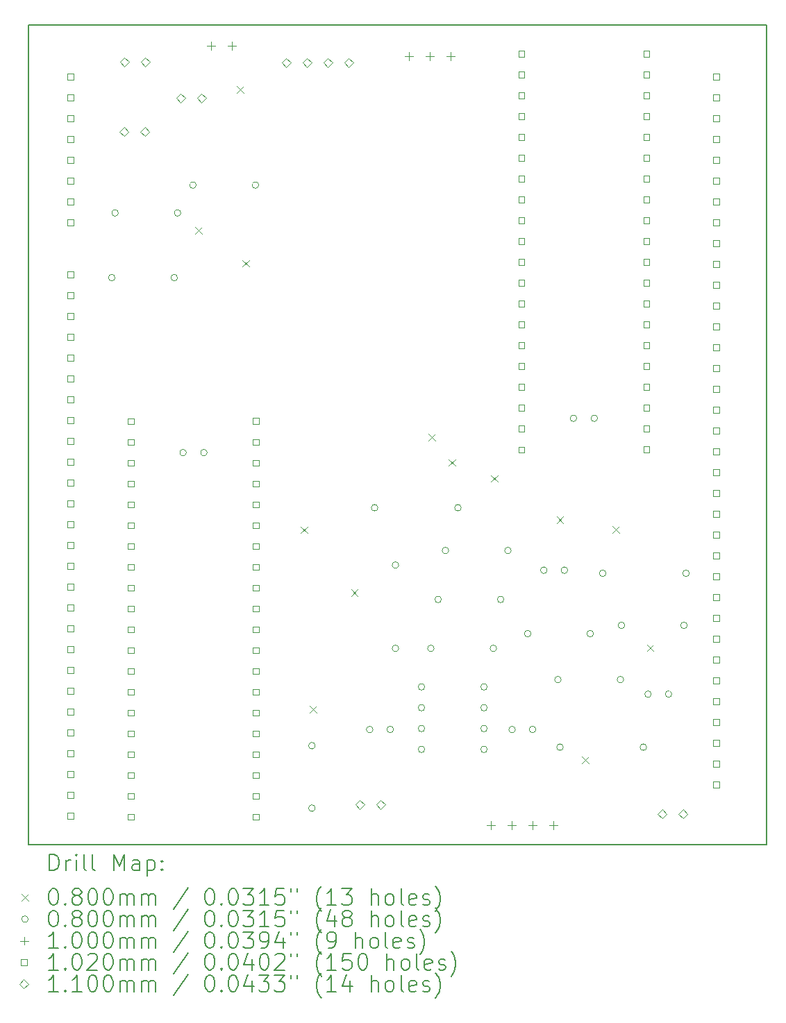
<source format=gbr>
%TF.GenerationSoftware,KiCad,Pcbnew,7.0.11-7.0.11~ubuntu22.04.1*%
%TF.CreationDate,2024-05-31T20:36:06-03:00*%
%TF.ProjectId,condicionamento_BIA_v03,636f6e64-6963-4696-9f6e-616d656e746f,v03*%
%TF.SameCoordinates,Original*%
%TF.FileFunction,Drillmap*%
%TF.FilePolarity,Positive*%
%FSLAX45Y45*%
G04 Gerber Fmt 4.5, Leading zero omitted, Abs format (unit mm)*
G04 Created by KiCad (PCBNEW 7.0.11-7.0.11~ubuntu22.04.1) date 2024-05-31 20:36:06*
%MOMM*%
%LPD*%
G01*
G04 APERTURE LIST*
%ADD10C,0.150000*%
%ADD11C,0.200000*%
%ADD12C,0.100000*%
%ADD13C,0.102000*%
%ADD14C,0.110000*%
G04 APERTURE END LIST*
D10*
X19707782Y-13503980D02*
X10707800Y-13503980D01*
X19707800Y-13504000D02*
X19707800Y-3504000D01*
X19707800Y-3504000D02*
X10707800Y-3504000D01*
X10707800Y-3504000D02*
X10707800Y-13503980D01*
D11*
D12*
X12738510Y-5972020D02*
X12818510Y-6052020D01*
X12818510Y-5972020D02*
X12738510Y-6052020D01*
X13246760Y-4254540D02*
X13326760Y-4334540D01*
X13326760Y-4254540D02*
X13246760Y-4334540D01*
X13312100Y-6376060D02*
X13392100Y-6456060D01*
X13392100Y-6376060D02*
X13312100Y-6456060D01*
X14023930Y-9625630D02*
X14103930Y-9705630D01*
X14103930Y-9625630D02*
X14023930Y-9705630D01*
X14134880Y-11814740D02*
X14214880Y-11894740D01*
X14214880Y-11814740D02*
X14134880Y-11894740D01*
X14638160Y-10394380D02*
X14718160Y-10474380D01*
X14718160Y-10394380D02*
X14638160Y-10474380D01*
X15583800Y-8495050D02*
X15663800Y-8575050D01*
X15663800Y-8495050D02*
X15583800Y-8575050D01*
X15827880Y-8806050D02*
X15907880Y-8886050D01*
X15907880Y-8806050D02*
X15827880Y-8886050D01*
X16343260Y-8998660D02*
X16423260Y-9078660D01*
X16423260Y-8998660D02*
X16343260Y-9078660D01*
X17145420Y-9502330D02*
X17225420Y-9582330D01*
X17225420Y-9502330D02*
X17145420Y-9582330D01*
X17453190Y-12433590D02*
X17533190Y-12513590D01*
X17533190Y-12433590D02*
X17453190Y-12513590D01*
X17825080Y-9621710D02*
X17905080Y-9701710D01*
X17905080Y-9621710D02*
X17825080Y-9701710D01*
X18244000Y-11066480D02*
X18324000Y-11146480D01*
X18324000Y-11066480D02*
X18244000Y-11146480D01*
X11759000Y-6590000D02*
G75*
G03*
X11679000Y-6590000I-40000J0D01*
G01*
X11679000Y-6590000D02*
G75*
G03*
X11759000Y-6590000I40000J0D01*
G01*
X11800000Y-5800000D02*
G75*
G03*
X11720000Y-5800000I-40000J0D01*
G01*
X11720000Y-5800000D02*
G75*
G03*
X11800000Y-5800000I40000J0D01*
G01*
X12521000Y-6590000D02*
G75*
G03*
X12441000Y-6590000I-40000J0D01*
G01*
X12441000Y-6590000D02*
G75*
G03*
X12521000Y-6590000I40000J0D01*
G01*
X12562000Y-5800000D02*
G75*
G03*
X12482000Y-5800000I-40000J0D01*
G01*
X12482000Y-5800000D02*
G75*
G03*
X12562000Y-5800000I40000J0D01*
G01*
X12628400Y-8723700D02*
G75*
G03*
X12548400Y-8723700I-40000J0D01*
G01*
X12548400Y-8723700D02*
G75*
G03*
X12628400Y-8723700I40000J0D01*
G01*
X12749000Y-5460000D02*
G75*
G03*
X12669000Y-5460000I-40000J0D01*
G01*
X12669000Y-5460000D02*
G75*
G03*
X12749000Y-5460000I40000J0D01*
G01*
X12882400Y-8723700D02*
G75*
G03*
X12802400Y-8723700I-40000J0D01*
G01*
X12802400Y-8723700D02*
G75*
G03*
X12882400Y-8723700I40000J0D01*
G01*
X13511000Y-5460000D02*
G75*
G03*
X13431000Y-5460000I-40000J0D01*
G01*
X13431000Y-5460000D02*
G75*
G03*
X13511000Y-5460000I40000J0D01*
G01*
X14200000Y-12299000D02*
G75*
G03*
X14120000Y-12299000I-40000J0D01*
G01*
X14120000Y-12299000D02*
G75*
G03*
X14200000Y-12299000I40000J0D01*
G01*
X14200000Y-13061000D02*
G75*
G03*
X14120000Y-13061000I-40000J0D01*
G01*
X14120000Y-13061000D02*
G75*
G03*
X14200000Y-13061000I40000J0D01*
G01*
X14904700Y-12101900D02*
G75*
G03*
X14824700Y-12101900I-40000J0D01*
G01*
X14824700Y-12101900D02*
G75*
G03*
X14904700Y-12101900I40000J0D01*
G01*
X14964200Y-9396800D02*
G75*
G03*
X14884200Y-9396800I-40000J0D01*
G01*
X14884200Y-9396800D02*
G75*
G03*
X14964200Y-9396800I40000J0D01*
G01*
X15154700Y-12101900D02*
G75*
G03*
X15074700Y-12101900I-40000J0D01*
G01*
X15074700Y-12101900D02*
G75*
G03*
X15154700Y-12101900I40000J0D01*
G01*
X15218200Y-10095300D02*
G75*
G03*
X15138200Y-10095300I-40000J0D01*
G01*
X15138200Y-10095300D02*
G75*
G03*
X15218200Y-10095300I40000J0D01*
G01*
X15218200Y-11111300D02*
G75*
G03*
X15138200Y-11111300I-40000J0D01*
G01*
X15138200Y-11111300D02*
G75*
G03*
X15218200Y-11111300I40000J0D01*
G01*
X15535700Y-11581200D02*
G75*
G03*
X15455700Y-11581200I-40000J0D01*
G01*
X15455700Y-11581200D02*
G75*
G03*
X15535700Y-11581200I40000J0D01*
G01*
X15535700Y-11835200D02*
G75*
G03*
X15455700Y-11835200I-40000J0D01*
G01*
X15455700Y-11835200D02*
G75*
G03*
X15535700Y-11835200I40000J0D01*
G01*
X15535700Y-12089200D02*
G75*
G03*
X15455700Y-12089200I-40000J0D01*
G01*
X15455700Y-12089200D02*
G75*
G03*
X15535700Y-12089200I40000J0D01*
G01*
X15535700Y-12343200D02*
G75*
G03*
X15455700Y-12343200I-40000J0D01*
G01*
X15455700Y-12343200D02*
G75*
G03*
X15535700Y-12343200I40000J0D01*
G01*
X15650000Y-11111300D02*
G75*
G03*
X15570000Y-11111300I-40000J0D01*
G01*
X15570000Y-11111300D02*
G75*
G03*
X15650000Y-11111300I40000J0D01*
G01*
X15738900Y-10514400D02*
G75*
G03*
X15658900Y-10514400I-40000J0D01*
G01*
X15658900Y-10514400D02*
G75*
G03*
X15738900Y-10514400I40000J0D01*
G01*
X15827800Y-9917500D02*
G75*
G03*
X15747800Y-9917500I-40000J0D01*
G01*
X15747800Y-9917500D02*
G75*
G03*
X15827800Y-9917500I40000J0D01*
G01*
X15980200Y-9396800D02*
G75*
G03*
X15900200Y-9396800I-40000J0D01*
G01*
X15900200Y-9396800D02*
G75*
G03*
X15980200Y-9396800I40000J0D01*
G01*
X16297700Y-11581200D02*
G75*
G03*
X16217700Y-11581200I-40000J0D01*
G01*
X16217700Y-11581200D02*
G75*
G03*
X16297700Y-11581200I40000J0D01*
G01*
X16297700Y-11835200D02*
G75*
G03*
X16217700Y-11835200I-40000J0D01*
G01*
X16217700Y-11835200D02*
G75*
G03*
X16297700Y-11835200I40000J0D01*
G01*
X16297700Y-12089200D02*
G75*
G03*
X16217700Y-12089200I-40000J0D01*
G01*
X16217700Y-12089200D02*
G75*
G03*
X16297700Y-12089200I40000J0D01*
G01*
X16297700Y-12343200D02*
G75*
G03*
X16217700Y-12343200I-40000J0D01*
G01*
X16217700Y-12343200D02*
G75*
G03*
X16297700Y-12343200I40000J0D01*
G01*
X16412000Y-11111300D02*
G75*
G03*
X16332000Y-11111300I-40000J0D01*
G01*
X16332000Y-11111300D02*
G75*
G03*
X16412000Y-11111300I40000J0D01*
G01*
X16500900Y-10514400D02*
G75*
G03*
X16420900Y-10514400I-40000J0D01*
G01*
X16420900Y-10514400D02*
G75*
G03*
X16500900Y-10514400I40000J0D01*
G01*
X16589800Y-9917500D02*
G75*
G03*
X16509800Y-9917500I-40000J0D01*
G01*
X16509800Y-9917500D02*
G75*
G03*
X16589800Y-9917500I40000J0D01*
G01*
X16640600Y-12101900D02*
G75*
G03*
X16560600Y-12101900I-40000J0D01*
G01*
X16560600Y-12101900D02*
G75*
G03*
X16640600Y-12101900I40000J0D01*
G01*
X16831100Y-10933500D02*
G75*
G03*
X16751100Y-10933500I-40000J0D01*
G01*
X16751100Y-10933500D02*
G75*
G03*
X16831100Y-10933500I40000J0D01*
G01*
X16890600Y-12101900D02*
G75*
G03*
X16810600Y-12101900I-40000J0D01*
G01*
X16810600Y-12101900D02*
G75*
G03*
X16890600Y-12101900I40000J0D01*
G01*
X17028090Y-10158800D02*
G75*
G03*
X16948090Y-10158800I-40000J0D01*
G01*
X16948090Y-10158800D02*
G75*
G03*
X17028090Y-10158800I40000J0D01*
G01*
X17199400Y-11492300D02*
G75*
G03*
X17119400Y-11492300I-40000J0D01*
G01*
X17119400Y-11492300D02*
G75*
G03*
X17199400Y-11492300I40000J0D01*
G01*
X17224800Y-12317800D02*
G75*
G03*
X17144800Y-12317800I-40000J0D01*
G01*
X17144800Y-12317800D02*
G75*
G03*
X17224800Y-12317800I40000J0D01*
G01*
X17278090Y-10158800D02*
G75*
G03*
X17198090Y-10158800I-40000J0D01*
G01*
X17198090Y-10158800D02*
G75*
G03*
X17278090Y-10158800I40000J0D01*
G01*
X17388900Y-8304600D02*
G75*
G03*
X17308900Y-8304600I-40000J0D01*
G01*
X17308900Y-8304600D02*
G75*
G03*
X17388900Y-8304600I40000J0D01*
G01*
X17593100Y-10933500D02*
G75*
G03*
X17513100Y-10933500I-40000J0D01*
G01*
X17513100Y-10933500D02*
G75*
G03*
X17593100Y-10933500I40000J0D01*
G01*
X17642900Y-8304600D02*
G75*
G03*
X17562900Y-8304600I-40000J0D01*
G01*
X17562900Y-8304600D02*
G75*
G03*
X17642900Y-8304600I40000J0D01*
G01*
X17745500Y-10196900D02*
G75*
G03*
X17665500Y-10196900I-40000J0D01*
G01*
X17665500Y-10196900D02*
G75*
G03*
X17745500Y-10196900I40000J0D01*
G01*
X17961400Y-11492300D02*
G75*
G03*
X17881400Y-11492300I-40000J0D01*
G01*
X17881400Y-11492300D02*
G75*
G03*
X17961400Y-11492300I40000J0D01*
G01*
X17974100Y-10831900D02*
G75*
G03*
X17894100Y-10831900I-40000J0D01*
G01*
X17894100Y-10831900D02*
G75*
G03*
X17974100Y-10831900I40000J0D01*
G01*
X18240800Y-12317800D02*
G75*
G03*
X18160800Y-12317800I-40000J0D01*
G01*
X18160800Y-12317800D02*
G75*
G03*
X18240800Y-12317800I40000J0D01*
G01*
X18298090Y-11670100D02*
G75*
G03*
X18218090Y-11670100I-40000J0D01*
G01*
X18218090Y-11670100D02*
G75*
G03*
X18298090Y-11670100I40000J0D01*
G01*
X18548090Y-11670100D02*
G75*
G03*
X18468090Y-11670100I-40000J0D01*
G01*
X18468090Y-11670100D02*
G75*
G03*
X18548090Y-11670100I40000J0D01*
G01*
X18736100Y-10831900D02*
G75*
G03*
X18656100Y-10831900I-40000J0D01*
G01*
X18656100Y-10831900D02*
G75*
G03*
X18736100Y-10831900I40000J0D01*
G01*
X18761500Y-10196900D02*
G75*
G03*
X18681500Y-10196900I-40000J0D01*
G01*
X18681500Y-10196900D02*
G75*
G03*
X18761500Y-10196900I40000J0D01*
G01*
X12929800Y-3708000D02*
X12929800Y-3808000D01*
X12879800Y-3758000D02*
X12979800Y-3758000D01*
X13183800Y-3708000D02*
X13183800Y-3808000D01*
X13133800Y-3758000D02*
X13233800Y-3758000D01*
X15343300Y-3835000D02*
X15343300Y-3935000D01*
X15293300Y-3885000D02*
X15393300Y-3885000D01*
X15597300Y-3835000D02*
X15597300Y-3935000D01*
X15547300Y-3885000D02*
X15647300Y-3885000D01*
X15851300Y-3835000D02*
X15851300Y-3935000D01*
X15801300Y-3885000D02*
X15901300Y-3885000D01*
X16342000Y-13220300D02*
X16342000Y-13320300D01*
X16292000Y-13270300D02*
X16392000Y-13270300D01*
X16596000Y-13220300D02*
X16596000Y-13320300D01*
X16546000Y-13270300D02*
X16646000Y-13270300D01*
X16850000Y-13220300D02*
X16850000Y-13320300D01*
X16800000Y-13270300D02*
X16900000Y-13270300D01*
X17104000Y-13220300D02*
X17104000Y-13320300D01*
X17054000Y-13270300D02*
X17154000Y-13270300D01*
D13*
X11251863Y-4175063D02*
X11251863Y-4102937D01*
X11179737Y-4102937D01*
X11179737Y-4175063D01*
X11251863Y-4175063D01*
X11251863Y-4429063D02*
X11251863Y-4356937D01*
X11179737Y-4356937D01*
X11179737Y-4429063D01*
X11251863Y-4429063D01*
X11251863Y-4683063D02*
X11251863Y-4610937D01*
X11179737Y-4610937D01*
X11179737Y-4683063D01*
X11251863Y-4683063D01*
X11251863Y-4937063D02*
X11251863Y-4864937D01*
X11179737Y-4864937D01*
X11179737Y-4937063D01*
X11251863Y-4937063D01*
X11251863Y-5191063D02*
X11251863Y-5118937D01*
X11179737Y-5118937D01*
X11179737Y-5191063D01*
X11251863Y-5191063D01*
X11251863Y-5445063D02*
X11251863Y-5372937D01*
X11179737Y-5372937D01*
X11179737Y-5445063D01*
X11251863Y-5445063D01*
X11251863Y-5699063D02*
X11251863Y-5626937D01*
X11179737Y-5626937D01*
X11179737Y-5699063D01*
X11251863Y-5699063D01*
X11251863Y-5953063D02*
X11251863Y-5880937D01*
X11179737Y-5880937D01*
X11179737Y-5953063D01*
X11251863Y-5953063D01*
X11251863Y-6588063D02*
X11251863Y-6515937D01*
X11179737Y-6515937D01*
X11179737Y-6588063D01*
X11251863Y-6588063D01*
X11251863Y-6842063D02*
X11251863Y-6769937D01*
X11179737Y-6769937D01*
X11179737Y-6842063D01*
X11251863Y-6842063D01*
X11251863Y-7096063D02*
X11251863Y-7023937D01*
X11179737Y-7023937D01*
X11179737Y-7096063D01*
X11251863Y-7096063D01*
X11251863Y-7350063D02*
X11251863Y-7277937D01*
X11179737Y-7277937D01*
X11179737Y-7350063D01*
X11251863Y-7350063D01*
X11251863Y-7604063D02*
X11251863Y-7531937D01*
X11179737Y-7531937D01*
X11179737Y-7604063D01*
X11251863Y-7604063D01*
X11251863Y-7858063D02*
X11251863Y-7785937D01*
X11179737Y-7785937D01*
X11179737Y-7858063D01*
X11251863Y-7858063D01*
X11251863Y-8112063D02*
X11251863Y-8039937D01*
X11179737Y-8039937D01*
X11179737Y-8112063D01*
X11251863Y-8112063D01*
X11251863Y-8366063D02*
X11251863Y-8293937D01*
X11179737Y-8293937D01*
X11179737Y-8366063D01*
X11251863Y-8366063D01*
X11251863Y-8620063D02*
X11251863Y-8547937D01*
X11179737Y-8547937D01*
X11179737Y-8620063D01*
X11251863Y-8620063D01*
X11251863Y-8874063D02*
X11251863Y-8801937D01*
X11179737Y-8801937D01*
X11179737Y-8874063D01*
X11251863Y-8874063D01*
X11251863Y-9128063D02*
X11251863Y-9055937D01*
X11179737Y-9055937D01*
X11179737Y-9128063D01*
X11251863Y-9128063D01*
X11251863Y-9382063D02*
X11251863Y-9309937D01*
X11179737Y-9309937D01*
X11179737Y-9382063D01*
X11251863Y-9382063D01*
X11251863Y-9636063D02*
X11251863Y-9563937D01*
X11179737Y-9563937D01*
X11179737Y-9636063D01*
X11251863Y-9636063D01*
X11251863Y-9890063D02*
X11251863Y-9817937D01*
X11179737Y-9817937D01*
X11179737Y-9890063D01*
X11251863Y-9890063D01*
X11251863Y-10144063D02*
X11251863Y-10071937D01*
X11179737Y-10071937D01*
X11179737Y-10144063D01*
X11251863Y-10144063D01*
X11251863Y-10398063D02*
X11251863Y-10325937D01*
X11179737Y-10325937D01*
X11179737Y-10398063D01*
X11251863Y-10398063D01*
X11251863Y-10652063D02*
X11251863Y-10579937D01*
X11179737Y-10579937D01*
X11179737Y-10652063D01*
X11251863Y-10652063D01*
X11251863Y-10906063D02*
X11251863Y-10833937D01*
X11179737Y-10833937D01*
X11179737Y-10906063D01*
X11251863Y-10906063D01*
X11251863Y-11160063D02*
X11251863Y-11087937D01*
X11179737Y-11087937D01*
X11179737Y-11160063D01*
X11251863Y-11160063D01*
X11251863Y-11414063D02*
X11251863Y-11341937D01*
X11179737Y-11341937D01*
X11179737Y-11414063D01*
X11251863Y-11414063D01*
X11251863Y-11668063D02*
X11251863Y-11595937D01*
X11179737Y-11595937D01*
X11179737Y-11668063D01*
X11251863Y-11668063D01*
X11251863Y-11922063D02*
X11251863Y-11849937D01*
X11179737Y-11849937D01*
X11179737Y-11922063D01*
X11251863Y-11922063D01*
X11251863Y-12176063D02*
X11251863Y-12103937D01*
X11179737Y-12103937D01*
X11179737Y-12176063D01*
X11251863Y-12176063D01*
X11251863Y-12430063D02*
X11251863Y-12357937D01*
X11179737Y-12357937D01*
X11179737Y-12430063D01*
X11251863Y-12430063D01*
X11251863Y-12684063D02*
X11251863Y-12611937D01*
X11179737Y-12611937D01*
X11179737Y-12684063D01*
X11251863Y-12684063D01*
X11251863Y-12938063D02*
X11251863Y-12865937D01*
X11179737Y-12865937D01*
X11179737Y-12938063D01*
X11251863Y-12938063D01*
X11251863Y-13192063D02*
X11251863Y-13119937D01*
X11179737Y-13119937D01*
X11179737Y-13192063D01*
X11251863Y-13192063D01*
X11988463Y-8378763D02*
X11988463Y-8306637D01*
X11916337Y-8306637D01*
X11916337Y-8378763D01*
X11988463Y-8378763D01*
X11988463Y-8632763D02*
X11988463Y-8560637D01*
X11916337Y-8560637D01*
X11916337Y-8632763D01*
X11988463Y-8632763D01*
X11988463Y-8886763D02*
X11988463Y-8814637D01*
X11916337Y-8814637D01*
X11916337Y-8886763D01*
X11988463Y-8886763D01*
X11988463Y-9140763D02*
X11988463Y-9068637D01*
X11916337Y-9068637D01*
X11916337Y-9140763D01*
X11988463Y-9140763D01*
X11988463Y-9394763D02*
X11988463Y-9322637D01*
X11916337Y-9322637D01*
X11916337Y-9394763D01*
X11988463Y-9394763D01*
X11988463Y-9648763D02*
X11988463Y-9576637D01*
X11916337Y-9576637D01*
X11916337Y-9648763D01*
X11988463Y-9648763D01*
X11988463Y-9902763D02*
X11988463Y-9830637D01*
X11916337Y-9830637D01*
X11916337Y-9902763D01*
X11988463Y-9902763D01*
X11988463Y-10156763D02*
X11988463Y-10084637D01*
X11916337Y-10084637D01*
X11916337Y-10156763D01*
X11988463Y-10156763D01*
X11988463Y-10410763D02*
X11988463Y-10338637D01*
X11916337Y-10338637D01*
X11916337Y-10410763D01*
X11988463Y-10410763D01*
X11988463Y-10664763D02*
X11988463Y-10592637D01*
X11916337Y-10592637D01*
X11916337Y-10664763D01*
X11988463Y-10664763D01*
X11988463Y-10918763D02*
X11988463Y-10846637D01*
X11916337Y-10846637D01*
X11916337Y-10918763D01*
X11988463Y-10918763D01*
X11988463Y-11172763D02*
X11988463Y-11100637D01*
X11916337Y-11100637D01*
X11916337Y-11172763D01*
X11988463Y-11172763D01*
X11988463Y-11426763D02*
X11988463Y-11354637D01*
X11916337Y-11354637D01*
X11916337Y-11426763D01*
X11988463Y-11426763D01*
X11988463Y-11680763D02*
X11988463Y-11608637D01*
X11916337Y-11608637D01*
X11916337Y-11680763D01*
X11988463Y-11680763D01*
X11988463Y-11934763D02*
X11988463Y-11862637D01*
X11916337Y-11862637D01*
X11916337Y-11934763D01*
X11988463Y-11934763D01*
X11988463Y-12188763D02*
X11988463Y-12116637D01*
X11916337Y-12116637D01*
X11916337Y-12188763D01*
X11988463Y-12188763D01*
X11988463Y-12442763D02*
X11988463Y-12370637D01*
X11916337Y-12370637D01*
X11916337Y-12442763D01*
X11988463Y-12442763D01*
X11988463Y-12696763D02*
X11988463Y-12624637D01*
X11916337Y-12624637D01*
X11916337Y-12696763D01*
X11988463Y-12696763D01*
X11988463Y-12950763D02*
X11988463Y-12878637D01*
X11916337Y-12878637D01*
X11916337Y-12950763D01*
X11988463Y-12950763D01*
X11988463Y-13204763D02*
X11988463Y-13132637D01*
X11916337Y-13132637D01*
X11916337Y-13204763D01*
X11988463Y-13204763D01*
X13512463Y-8373683D02*
X13512463Y-8301557D01*
X13440337Y-8301557D01*
X13440337Y-8373683D01*
X13512463Y-8373683D01*
X13512463Y-8632763D02*
X13512463Y-8560637D01*
X13440337Y-8560637D01*
X13440337Y-8632763D01*
X13512463Y-8632763D01*
X13512463Y-8886763D02*
X13512463Y-8814637D01*
X13440337Y-8814637D01*
X13440337Y-8886763D01*
X13512463Y-8886763D01*
X13512463Y-9140763D02*
X13512463Y-9068637D01*
X13440337Y-9068637D01*
X13440337Y-9140763D01*
X13512463Y-9140763D01*
X13512463Y-9394763D02*
X13512463Y-9322637D01*
X13440337Y-9322637D01*
X13440337Y-9394763D01*
X13512463Y-9394763D01*
X13512463Y-9648763D02*
X13512463Y-9576637D01*
X13440337Y-9576637D01*
X13440337Y-9648763D01*
X13512463Y-9648763D01*
X13512463Y-9902763D02*
X13512463Y-9830637D01*
X13440337Y-9830637D01*
X13440337Y-9902763D01*
X13512463Y-9902763D01*
X13512463Y-10156763D02*
X13512463Y-10084637D01*
X13440337Y-10084637D01*
X13440337Y-10156763D01*
X13512463Y-10156763D01*
X13512463Y-10410763D02*
X13512463Y-10338637D01*
X13440337Y-10338637D01*
X13440337Y-10410763D01*
X13512463Y-10410763D01*
X13512463Y-10664763D02*
X13512463Y-10592637D01*
X13440337Y-10592637D01*
X13440337Y-10664763D01*
X13512463Y-10664763D01*
X13512463Y-10918763D02*
X13512463Y-10846637D01*
X13440337Y-10846637D01*
X13440337Y-10918763D01*
X13512463Y-10918763D01*
X13512463Y-11172763D02*
X13512463Y-11100637D01*
X13440337Y-11100637D01*
X13440337Y-11172763D01*
X13512463Y-11172763D01*
X13512463Y-11426763D02*
X13512463Y-11354637D01*
X13440337Y-11354637D01*
X13440337Y-11426763D01*
X13512463Y-11426763D01*
X13512463Y-11680763D02*
X13512463Y-11608637D01*
X13440337Y-11608637D01*
X13440337Y-11680763D01*
X13512463Y-11680763D01*
X13512463Y-11934763D02*
X13512463Y-11862637D01*
X13440337Y-11862637D01*
X13440337Y-11934763D01*
X13512463Y-11934763D01*
X13512463Y-12188763D02*
X13512463Y-12116637D01*
X13440337Y-12116637D01*
X13440337Y-12188763D01*
X13512463Y-12188763D01*
X13512463Y-12442763D02*
X13512463Y-12370637D01*
X13440337Y-12370637D01*
X13440337Y-12442763D01*
X13512463Y-12442763D01*
X13512463Y-12696763D02*
X13512463Y-12624637D01*
X13440337Y-12624637D01*
X13440337Y-12696763D01*
X13512463Y-12696763D01*
X13512463Y-12950763D02*
X13512463Y-12878637D01*
X13440337Y-12878637D01*
X13440337Y-12950763D01*
X13512463Y-12950763D01*
X13512463Y-13204763D02*
X13512463Y-13132637D01*
X13440337Y-13132637D01*
X13440337Y-13204763D01*
X13512463Y-13204763D01*
X16750963Y-3895663D02*
X16750963Y-3823537D01*
X16678837Y-3823537D01*
X16678837Y-3895663D01*
X16750963Y-3895663D01*
X16750963Y-4149663D02*
X16750963Y-4077537D01*
X16678837Y-4077537D01*
X16678837Y-4149663D01*
X16750963Y-4149663D01*
X16750963Y-4403663D02*
X16750963Y-4331537D01*
X16678837Y-4331537D01*
X16678837Y-4403663D01*
X16750963Y-4403663D01*
X16750963Y-4657663D02*
X16750963Y-4585537D01*
X16678837Y-4585537D01*
X16678837Y-4657663D01*
X16750963Y-4657663D01*
X16750963Y-4911663D02*
X16750963Y-4839537D01*
X16678837Y-4839537D01*
X16678837Y-4911663D01*
X16750963Y-4911663D01*
X16750963Y-5165663D02*
X16750963Y-5093537D01*
X16678837Y-5093537D01*
X16678837Y-5165663D01*
X16750963Y-5165663D01*
X16750963Y-5419663D02*
X16750963Y-5347537D01*
X16678837Y-5347537D01*
X16678837Y-5419663D01*
X16750963Y-5419663D01*
X16750963Y-5673663D02*
X16750963Y-5601537D01*
X16678837Y-5601537D01*
X16678837Y-5673663D01*
X16750963Y-5673663D01*
X16750963Y-5927663D02*
X16750963Y-5855537D01*
X16678837Y-5855537D01*
X16678837Y-5927663D01*
X16750963Y-5927663D01*
X16750963Y-6181663D02*
X16750963Y-6109537D01*
X16678837Y-6109537D01*
X16678837Y-6181663D01*
X16750963Y-6181663D01*
X16750963Y-6435663D02*
X16750963Y-6363537D01*
X16678837Y-6363537D01*
X16678837Y-6435663D01*
X16750963Y-6435663D01*
X16750963Y-6689663D02*
X16750963Y-6617537D01*
X16678837Y-6617537D01*
X16678837Y-6689663D01*
X16750963Y-6689663D01*
X16750963Y-6943663D02*
X16750963Y-6871537D01*
X16678837Y-6871537D01*
X16678837Y-6943663D01*
X16750963Y-6943663D01*
X16750963Y-7197663D02*
X16750963Y-7125537D01*
X16678837Y-7125537D01*
X16678837Y-7197663D01*
X16750963Y-7197663D01*
X16750963Y-7451663D02*
X16750963Y-7379537D01*
X16678837Y-7379537D01*
X16678837Y-7451663D01*
X16750963Y-7451663D01*
X16750963Y-7705663D02*
X16750963Y-7633537D01*
X16678837Y-7633537D01*
X16678837Y-7705663D01*
X16750963Y-7705663D01*
X16750963Y-7959663D02*
X16750963Y-7887537D01*
X16678837Y-7887537D01*
X16678837Y-7959663D01*
X16750963Y-7959663D01*
X16750963Y-8213663D02*
X16750963Y-8141537D01*
X16678837Y-8141537D01*
X16678837Y-8213663D01*
X16750963Y-8213663D01*
X16750963Y-8467663D02*
X16750963Y-8395537D01*
X16678837Y-8395537D01*
X16678837Y-8467663D01*
X16750963Y-8467663D01*
X16750963Y-8726743D02*
X16750963Y-8654617D01*
X16678837Y-8654617D01*
X16678837Y-8726743D01*
X16750963Y-8726743D01*
X18274963Y-3895663D02*
X18274963Y-3823537D01*
X18202837Y-3823537D01*
X18202837Y-3895663D01*
X18274963Y-3895663D01*
X18274963Y-4149663D02*
X18274963Y-4077537D01*
X18202837Y-4077537D01*
X18202837Y-4149663D01*
X18274963Y-4149663D01*
X18274963Y-4403663D02*
X18274963Y-4331537D01*
X18202837Y-4331537D01*
X18202837Y-4403663D01*
X18274963Y-4403663D01*
X18274963Y-4657663D02*
X18274963Y-4585537D01*
X18202837Y-4585537D01*
X18202837Y-4657663D01*
X18274963Y-4657663D01*
X18274963Y-4911663D02*
X18274963Y-4839537D01*
X18202837Y-4839537D01*
X18202837Y-4911663D01*
X18274963Y-4911663D01*
X18274963Y-5165663D02*
X18274963Y-5093537D01*
X18202837Y-5093537D01*
X18202837Y-5165663D01*
X18274963Y-5165663D01*
X18274963Y-5419663D02*
X18274963Y-5347537D01*
X18202837Y-5347537D01*
X18202837Y-5419663D01*
X18274963Y-5419663D01*
X18274963Y-5673663D02*
X18274963Y-5601537D01*
X18202837Y-5601537D01*
X18202837Y-5673663D01*
X18274963Y-5673663D01*
X18274963Y-5927663D02*
X18274963Y-5855537D01*
X18202837Y-5855537D01*
X18202837Y-5927663D01*
X18274963Y-5927663D01*
X18274963Y-6181663D02*
X18274963Y-6109537D01*
X18202837Y-6109537D01*
X18202837Y-6181663D01*
X18274963Y-6181663D01*
X18274963Y-6435663D02*
X18274963Y-6363537D01*
X18202837Y-6363537D01*
X18202837Y-6435663D01*
X18274963Y-6435663D01*
X18274963Y-6689663D02*
X18274963Y-6617537D01*
X18202837Y-6617537D01*
X18202837Y-6689663D01*
X18274963Y-6689663D01*
X18274963Y-6943663D02*
X18274963Y-6871537D01*
X18202837Y-6871537D01*
X18202837Y-6943663D01*
X18274963Y-6943663D01*
X18274963Y-7197663D02*
X18274963Y-7125537D01*
X18202837Y-7125537D01*
X18202837Y-7197663D01*
X18274963Y-7197663D01*
X18274963Y-7451663D02*
X18274963Y-7379537D01*
X18202837Y-7379537D01*
X18202837Y-7451663D01*
X18274963Y-7451663D01*
X18274963Y-7705663D02*
X18274963Y-7633537D01*
X18202837Y-7633537D01*
X18202837Y-7705663D01*
X18274963Y-7705663D01*
X18274963Y-7959663D02*
X18274963Y-7887537D01*
X18202837Y-7887537D01*
X18202837Y-7959663D01*
X18274963Y-7959663D01*
X18274963Y-8213663D02*
X18274963Y-8141537D01*
X18202837Y-8141537D01*
X18202837Y-8213663D01*
X18274963Y-8213663D01*
X18274963Y-8467663D02*
X18274963Y-8395537D01*
X18202837Y-8395537D01*
X18202837Y-8467663D01*
X18274963Y-8467663D01*
X18274963Y-8721663D02*
X18274963Y-8649537D01*
X18202837Y-8649537D01*
X18202837Y-8721663D01*
X18274963Y-8721663D01*
X19125863Y-4175063D02*
X19125863Y-4102937D01*
X19053737Y-4102937D01*
X19053737Y-4175063D01*
X19125863Y-4175063D01*
X19125863Y-4429063D02*
X19125863Y-4356937D01*
X19053737Y-4356937D01*
X19053737Y-4429063D01*
X19125863Y-4429063D01*
X19125863Y-4683063D02*
X19125863Y-4610937D01*
X19053737Y-4610937D01*
X19053737Y-4683063D01*
X19125863Y-4683063D01*
X19125863Y-4937063D02*
X19125863Y-4864937D01*
X19053737Y-4864937D01*
X19053737Y-4937063D01*
X19125863Y-4937063D01*
X19125863Y-5191063D02*
X19125863Y-5118937D01*
X19053737Y-5118937D01*
X19053737Y-5191063D01*
X19125863Y-5191063D01*
X19125863Y-5445063D02*
X19125863Y-5372937D01*
X19053737Y-5372937D01*
X19053737Y-5445063D01*
X19125863Y-5445063D01*
X19125863Y-5699063D02*
X19125863Y-5626937D01*
X19053737Y-5626937D01*
X19053737Y-5699063D01*
X19125863Y-5699063D01*
X19125863Y-5953063D02*
X19125863Y-5880937D01*
X19053737Y-5880937D01*
X19053737Y-5953063D01*
X19125863Y-5953063D01*
X19125863Y-6207063D02*
X19125863Y-6134937D01*
X19053737Y-6134937D01*
X19053737Y-6207063D01*
X19125863Y-6207063D01*
X19125863Y-6461063D02*
X19125863Y-6388937D01*
X19053737Y-6388937D01*
X19053737Y-6461063D01*
X19125863Y-6461063D01*
X19125863Y-6715063D02*
X19125863Y-6642937D01*
X19053737Y-6642937D01*
X19053737Y-6715063D01*
X19125863Y-6715063D01*
X19125863Y-6969063D02*
X19125863Y-6896937D01*
X19053737Y-6896937D01*
X19053737Y-6969063D01*
X19125863Y-6969063D01*
X19125863Y-7223063D02*
X19125863Y-7150937D01*
X19053737Y-7150937D01*
X19053737Y-7223063D01*
X19125863Y-7223063D01*
X19125863Y-7477063D02*
X19125863Y-7404937D01*
X19053737Y-7404937D01*
X19053737Y-7477063D01*
X19125863Y-7477063D01*
X19125863Y-7731063D02*
X19125863Y-7658937D01*
X19053737Y-7658937D01*
X19053737Y-7731063D01*
X19125863Y-7731063D01*
X19125863Y-7985063D02*
X19125863Y-7912937D01*
X19053737Y-7912937D01*
X19053737Y-7985063D01*
X19125863Y-7985063D01*
X19125863Y-8239063D02*
X19125863Y-8166937D01*
X19053737Y-8166937D01*
X19053737Y-8239063D01*
X19125863Y-8239063D01*
X19125863Y-8493063D02*
X19125863Y-8420937D01*
X19053737Y-8420937D01*
X19053737Y-8493063D01*
X19125863Y-8493063D01*
X19125863Y-8747063D02*
X19125863Y-8674937D01*
X19053737Y-8674937D01*
X19053737Y-8747063D01*
X19125863Y-8747063D01*
X19125863Y-9001063D02*
X19125863Y-8928937D01*
X19053737Y-8928937D01*
X19053737Y-9001063D01*
X19125863Y-9001063D01*
X19125863Y-9255063D02*
X19125863Y-9182937D01*
X19053737Y-9182937D01*
X19053737Y-9255063D01*
X19125863Y-9255063D01*
X19125863Y-9509063D02*
X19125863Y-9436937D01*
X19053737Y-9436937D01*
X19053737Y-9509063D01*
X19125863Y-9509063D01*
X19125863Y-9763063D02*
X19125863Y-9690937D01*
X19053737Y-9690937D01*
X19053737Y-9763063D01*
X19125863Y-9763063D01*
X19125863Y-10017063D02*
X19125863Y-9944937D01*
X19053737Y-9944937D01*
X19053737Y-10017063D01*
X19125863Y-10017063D01*
X19125863Y-10271063D02*
X19125863Y-10198937D01*
X19053737Y-10198937D01*
X19053737Y-10271063D01*
X19125863Y-10271063D01*
X19125863Y-10525063D02*
X19125863Y-10452937D01*
X19053737Y-10452937D01*
X19053737Y-10525063D01*
X19125863Y-10525063D01*
X19125863Y-10779063D02*
X19125863Y-10706937D01*
X19053737Y-10706937D01*
X19053737Y-10779063D01*
X19125863Y-10779063D01*
X19125863Y-11033063D02*
X19125863Y-10960937D01*
X19053737Y-10960937D01*
X19053737Y-11033063D01*
X19125863Y-11033063D01*
X19125863Y-11287063D02*
X19125863Y-11214937D01*
X19053737Y-11214937D01*
X19053737Y-11287063D01*
X19125863Y-11287063D01*
X19125863Y-11541063D02*
X19125863Y-11468937D01*
X19053737Y-11468937D01*
X19053737Y-11541063D01*
X19125863Y-11541063D01*
X19125863Y-11795063D02*
X19125863Y-11722937D01*
X19053737Y-11722937D01*
X19053737Y-11795063D01*
X19125863Y-11795063D01*
X19125863Y-12049063D02*
X19125863Y-11976937D01*
X19053737Y-11976937D01*
X19053737Y-12049063D01*
X19125863Y-12049063D01*
X19125863Y-12303063D02*
X19125863Y-12230937D01*
X19053737Y-12230937D01*
X19053737Y-12303063D01*
X19125863Y-12303063D01*
X19125863Y-12557063D02*
X19125863Y-12484937D01*
X19053737Y-12484937D01*
X19053737Y-12557063D01*
X19125863Y-12557063D01*
X19125863Y-12811063D02*
X19125863Y-12738937D01*
X19053737Y-12738937D01*
X19053737Y-12811063D01*
X19125863Y-12811063D01*
D14*
X11870000Y-4865000D02*
X11925000Y-4810000D01*
X11870000Y-4755000D01*
X11815000Y-4810000D01*
X11870000Y-4865000D01*
X11876000Y-4015000D02*
X11931000Y-3960000D01*
X11876000Y-3905000D01*
X11821000Y-3960000D01*
X11876000Y-4015000D01*
X12124000Y-4865000D02*
X12179000Y-4810000D01*
X12124000Y-4755000D01*
X12069000Y-4810000D01*
X12124000Y-4865000D01*
X12130000Y-4015000D02*
X12185000Y-3960000D01*
X12130000Y-3905000D01*
X12075000Y-3960000D01*
X12130000Y-4015000D01*
X12560000Y-4455000D02*
X12615000Y-4400000D01*
X12560000Y-4345000D01*
X12505000Y-4400000D01*
X12560000Y-4455000D01*
X12814000Y-4455000D02*
X12869000Y-4400000D01*
X12814000Y-4345000D01*
X12759000Y-4400000D01*
X12814000Y-4455000D01*
X13845700Y-4021900D02*
X13900700Y-3966900D01*
X13845700Y-3911900D01*
X13790700Y-3966900D01*
X13845700Y-4021900D01*
X14099700Y-4021900D02*
X14154700Y-3966900D01*
X14099700Y-3911900D01*
X14044700Y-3966900D01*
X14099700Y-4021900D01*
X14353700Y-4021900D02*
X14408700Y-3966900D01*
X14353700Y-3911900D01*
X14298700Y-3966900D01*
X14353700Y-4021900D01*
X14607700Y-4021900D02*
X14662700Y-3966900D01*
X14607700Y-3911900D01*
X14552700Y-3966900D01*
X14607700Y-4021900D01*
X14746400Y-13071300D02*
X14801400Y-13016300D01*
X14746400Y-12961300D01*
X14691400Y-13016300D01*
X14746400Y-13071300D01*
X15000400Y-13071300D02*
X15055400Y-13016300D01*
X15000400Y-12961300D01*
X14945400Y-13016300D01*
X15000400Y-13071300D01*
X18432500Y-13185000D02*
X18487500Y-13130000D01*
X18432500Y-13075000D01*
X18377500Y-13130000D01*
X18432500Y-13185000D01*
X18686500Y-13185000D02*
X18741500Y-13130000D01*
X18686500Y-13075000D01*
X18631500Y-13130000D01*
X18686500Y-13185000D01*
D11*
X10961077Y-13822984D02*
X10961077Y-13622984D01*
X10961077Y-13622984D02*
X11008696Y-13622984D01*
X11008696Y-13622984D02*
X11037267Y-13632508D01*
X11037267Y-13632508D02*
X11056315Y-13651555D01*
X11056315Y-13651555D02*
X11065839Y-13670603D01*
X11065839Y-13670603D02*
X11075363Y-13708698D01*
X11075363Y-13708698D02*
X11075363Y-13737269D01*
X11075363Y-13737269D02*
X11065839Y-13775365D01*
X11065839Y-13775365D02*
X11056315Y-13794412D01*
X11056315Y-13794412D02*
X11037267Y-13813460D01*
X11037267Y-13813460D02*
X11008696Y-13822984D01*
X11008696Y-13822984D02*
X10961077Y-13822984D01*
X11161077Y-13822984D02*
X11161077Y-13689650D01*
X11161077Y-13727746D02*
X11170601Y-13708698D01*
X11170601Y-13708698D02*
X11180124Y-13699174D01*
X11180124Y-13699174D02*
X11199172Y-13689650D01*
X11199172Y-13689650D02*
X11218220Y-13689650D01*
X11284886Y-13822984D02*
X11284886Y-13689650D01*
X11284886Y-13622984D02*
X11275362Y-13632508D01*
X11275362Y-13632508D02*
X11284886Y-13642031D01*
X11284886Y-13642031D02*
X11294410Y-13632508D01*
X11294410Y-13632508D02*
X11284886Y-13622984D01*
X11284886Y-13622984D02*
X11284886Y-13642031D01*
X11408696Y-13822984D02*
X11389648Y-13813460D01*
X11389648Y-13813460D02*
X11380124Y-13794412D01*
X11380124Y-13794412D02*
X11380124Y-13622984D01*
X11513458Y-13822984D02*
X11494410Y-13813460D01*
X11494410Y-13813460D02*
X11484886Y-13794412D01*
X11484886Y-13794412D02*
X11484886Y-13622984D01*
X11742029Y-13822984D02*
X11742029Y-13622984D01*
X11742029Y-13622984D02*
X11808696Y-13765841D01*
X11808696Y-13765841D02*
X11875362Y-13622984D01*
X11875362Y-13622984D02*
X11875362Y-13822984D01*
X12056315Y-13822984D02*
X12056315Y-13718222D01*
X12056315Y-13718222D02*
X12046791Y-13699174D01*
X12046791Y-13699174D02*
X12027743Y-13689650D01*
X12027743Y-13689650D02*
X11989648Y-13689650D01*
X11989648Y-13689650D02*
X11970601Y-13699174D01*
X12056315Y-13813460D02*
X12037267Y-13822984D01*
X12037267Y-13822984D02*
X11989648Y-13822984D01*
X11989648Y-13822984D02*
X11970601Y-13813460D01*
X11970601Y-13813460D02*
X11961077Y-13794412D01*
X11961077Y-13794412D02*
X11961077Y-13775365D01*
X11961077Y-13775365D02*
X11970601Y-13756317D01*
X11970601Y-13756317D02*
X11989648Y-13746793D01*
X11989648Y-13746793D02*
X12037267Y-13746793D01*
X12037267Y-13746793D02*
X12056315Y-13737269D01*
X12151553Y-13689650D02*
X12151553Y-13889650D01*
X12151553Y-13699174D02*
X12170601Y-13689650D01*
X12170601Y-13689650D02*
X12208696Y-13689650D01*
X12208696Y-13689650D02*
X12227743Y-13699174D01*
X12227743Y-13699174D02*
X12237267Y-13708698D01*
X12237267Y-13708698D02*
X12246791Y-13727746D01*
X12246791Y-13727746D02*
X12246791Y-13784888D01*
X12246791Y-13784888D02*
X12237267Y-13803936D01*
X12237267Y-13803936D02*
X12227743Y-13813460D01*
X12227743Y-13813460D02*
X12208696Y-13822984D01*
X12208696Y-13822984D02*
X12170601Y-13822984D01*
X12170601Y-13822984D02*
X12151553Y-13813460D01*
X12332505Y-13803936D02*
X12342029Y-13813460D01*
X12342029Y-13813460D02*
X12332505Y-13822984D01*
X12332505Y-13822984D02*
X12322982Y-13813460D01*
X12322982Y-13813460D02*
X12332505Y-13803936D01*
X12332505Y-13803936D02*
X12332505Y-13822984D01*
X12332505Y-13699174D02*
X12342029Y-13708698D01*
X12342029Y-13708698D02*
X12332505Y-13718222D01*
X12332505Y-13718222D02*
X12322982Y-13708698D01*
X12322982Y-13708698D02*
X12332505Y-13699174D01*
X12332505Y-13699174D02*
X12332505Y-13718222D01*
D12*
X10620300Y-14111500D02*
X10700300Y-14191500D01*
X10700300Y-14111500D02*
X10620300Y-14191500D01*
D11*
X10999172Y-14042984D02*
X11018220Y-14042984D01*
X11018220Y-14042984D02*
X11037267Y-14052508D01*
X11037267Y-14052508D02*
X11046791Y-14062031D01*
X11046791Y-14062031D02*
X11056315Y-14081079D01*
X11056315Y-14081079D02*
X11065839Y-14119174D01*
X11065839Y-14119174D02*
X11065839Y-14166793D01*
X11065839Y-14166793D02*
X11056315Y-14204888D01*
X11056315Y-14204888D02*
X11046791Y-14223936D01*
X11046791Y-14223936D02*
X11037267Y-14233460D01*
X11037267Y-14233460D02*
X11018220Y-14242984D01*
X11018220Y-14242984D02*
X10999172Y-14242984D01*
X10999172Y-14242984D02*
X10980124Y-14233460D01*
X10980124Y-14233460D02*
X10970601Y-14223936D01*
X10970601Y-14223936D02*
X10961077Y-14204888D01*
X10961077Y-14204888D02*
X10951553Y-14166793D01*
X10951553Y-14166793D02*
X10951553Y-14119174D01*
X10951553Y-14119174D02*
X10961077Y-14081079D01*
X10961077Y-14081079D02*
X10970601Y-14062031D01*
X10970601Y-14062031D02*
X10980124Y-14052508D01*
X10980124Y-14052508D02*
X10999172Y-14042984D01*
X11151553Y-14223936D02*
X11161077Y-14233460D01*
X11161077Y-14233460D02*
X11151553Y-14242984D01*
X11151553Y-14242984D02*
X11142029Y-14233460D01*
X11142029Y-14233460D02*
X11151553Y-14223936D01*
X11151553Y-14223936D02*
X11151553Y-14242984D01*
X11275362Y-14128698D02*
X11256315Y-14119174D01*
X11256315Y-14119174D02*
X11246791Y-14109650D01*
X11246791Y-14109650D02*
X11237267Y-14090603D01*
X11237267Y-14090603D02*
X11237267Y-14081079D01*
X11237267Y-14081079D02*
X11246791Y-14062031D01*
X11246791Y-14062031D02*
X11256315Y-14052508D01*
X11256315Y-14052508D02*
X11275362Y-14042984D01*
X11275362Y-14042984D02*
X11313458Y-14042984D01*
X11313458Y-14042984D02*
X11332505Y-14052508D01*
X11332505Y-14052508D02*
X11342029Y-14062031D01*
X11342029Y-14062031D02*
X11351553Y-14081079D01*
X11351553Y-14081079D02*
X11351553Y-14090603D01*
X11351553Y-14090603D02*
X11342029Y-14109650D01*
X11342029Y-14109650D02*
X11332505Y-14119174D01*
X11332505Y-14119174D02*
X11313458Y-14128698D01*
X11313458Y-14128698D02*
X11275362Y-14128698D01*
X11275362Y-14128698D02*
X11256315Y-14138222D01*
X11256315Y-14138222D02*
X11246791Y-14147746D01*
X11246791Y-14147746D02*
X11237267Y-14166793D01*
X11237267Y-14166793D02*
X11237267Y-14204888D01*
X11237267Y-14204888D02*
X11246791Y-14223936D01*
X11246791Y-14223936D02*
X11256315Y-14233460D01*
X11256315Y-14233460D02*
X11275362Y-14242984D01*
X11275362Y-14242984D02*
X11313458Y-14242984D01*
X11313458Y-14242984D02*
X11332505Y-14233460D01*
X11332505Y-14233460D02*
X11342029Y-14223936D01*
X11342029Y-14223936D02*
X11351553Y-14204888D01*
X11351553Y-14204888D02*
X11351553Y-14166793D01*
X11351553Y-14166793D02*
X11342029Y-14147746D01*
X11342029Y-14147746D02*
X11332505Y-14138222D01*
X11332505Y-14138222D02*
X11313458Y-14128698D01*
X11475362Y-14042984D02*
X11494410Y-14042984D01*
X11494410Y-14042984D02*
X11513458Y-14052508D01*
X11513458Y-14052508D02*
X11522982Y-14062031D01*
X11522982Y-14062031D02*
X11532505Y-14081079D01*
X11532505Y-14081079D02*
X11542029Y-14119174D01*
X11542029Y-14119174D02*
X11542029Y-14166793D01*
X11542029Y-14166793D02*
X11532505Y-14204888D01*
X11532505Y-14204888D02*
X11522982Y-14223936D01*
X11522982Y-14223936D02*
X11513458Y-14233460D01*
X11513458Y-14233460D02*
X11494410Y-14242984D01*
X11494410Y-14242984D02*
X11475362Y-14242984D01*
X11475362Y-14242984D02*
X11456315Y-14233460D01*
X11456315Y-14233460D02*
X11446791Y-14223936D01*
X11446791Y-14223936D02*
X11437267Y-14204888D01*
X11437267Y-14204888D02*
X11427743Y-14166793D01*
X11427743Y-14166793D02*
X11427743Y-14119174D01*
X11427743Y-14119174D02*
X11437267Y-14081079D01*
X11437267Y-14081079D02*
X11446791Y-14062031D01*
X11446791Y-14062031D02*
X11456315Y-14052508D01*
X11456315Y-14052508D02*
X11475362Y-14042984D01*
X11665839Y-14042984D02*
X11684886Y-14042984D01*
X11684886Y-14042984D02*
X11703934Y-14052508D01*
X11703934Y-14052508D02*
X11713458Y-14062031D01*
X11713458Y-14062031D02*
X11722982Y-14081079D01*
X11722982Y-14081079D02*
X11732505Y-14119174D01*
X11732505Y-14119174D02*
X11732505Y-14166793D01*
X11732505Y-14166793D02*
X11722982Y-14204888D01*
X11722982Y-14204888D02*
X11713458Y-14223936D01*
X11713458Y-14223936D02*
X11703934Y-14233460D01*
X11703934Y-14233460D02*
X11684886Y-14242984D01*
X11684886Y-14242984D02*
X11665839Y-14242984D01*
X11665839Y-14242984D02*
X11646791Y-14233460D01*
X11646791Y-14233460D02*
X11637267Y-14223936D01*
X11637267Y-14223936D02*
X11627743Y-14204888D01*
X11627743Y-14204888D02*
X11618220Y-14166793D01*
X11618220Y-14166793D02*
X11618220Y-14119174D01*
X11618220Y-14119174D02*
X11627743Y-14081079D01*
X11627743Y-14081079D02*
X11637267Y-14062031D01*
X11637267Y-14062031D02*
X11646791Y-14052508D01*
X11646791Y-14052508D02*
X11665839Y-14042984D01*
X11818220Y-14242984D02*
X11818220Y-14109650D01*
X11818220Y-14128698D02*
X11827743Y-14119174D01*
X11827743Y-14119174D02*
X11846791Y-14109650D01*
X11846791Y-14109650D02*
X11875363Y-14109650D01*
X11875363Y-14109650D02*
X11894410Y-14119174D01*
X11894410Y-14119174D02*
X11903934Y-14138222D01*
X11903934Y-14138222D02*
X11903934Y-14242984D01*
X11903934Y-14138222D02*
X11913458Y-14119174D01*
X11913458Y-14119174D02*
X11932505Y-14109650D01*
X11932505Y-14109650D02*
X11961077Y-14109650D01*
X11961077Y-14109650D02*
X11980124Y-14119174D01*
X11980124Y-14119174D02*
X11989648Y-14138222D01*
X11989648Y-14138222D02*
X11989648Y-14242984D01*
X12084886Y-14242984D02*
X12084886Y-14109650D01*
X12084886Y-14128698D02*
X12094410Y-14119174D01*
X12094410Y-14119174D02*
X12113458Y-14109650D01*
X12113458Y-14109650D02*
X12142029Y-14109650D01*
X12142029Y-14109650D02*
X12161077Y-14119174D01*
X12161077Y-14119174D02*
X12170601Y-14138222D01*
X12170601Y-14138222D02*
X12170601Y-14242984D01*
X12170601Y-14138222D02*
X12180124Y-14119174D01*
X12180124Y-14119174D02*
X12199172Y-14109650D01*
X12199172Y-14109650D02*
X12227743Y-14109650D01*
X12227743Y-14109650D02*
X12246791Y-14119174D01*
X12246791Y-14119174D02*
X12256315Y-14138222D01*
X12256315Y-14138222D02*
X12256315Y-14242984D01*
X12646791Y-14033460D02*
X12475363Y-14290603D01*
X12903934Y-14042984D02*
X12922982Y-14042984D01*
X12922982Y-14042984D02*
X12942029Y-14052508D01*
X12942029Y-14052508D02*
X12951553Y-14062031D01*
X12951553Y-14062031D02*
X12961077Y-14081079D01*
X12961077Y-14081079D02*
X12970601Y-14119174D01*
X12970601Y-14119174D02*
X12970601Y-14166793D01*
X12970601Y-14166793D02*
X12961077Y-14204888D01*
X12961077Y-14204888D02*
X12951553Y-14223936D01*
X12951553Y-14223936D02*
X12942029Y-14233460D01*
X12942029Y-14233460D02*
X12922982Y-14242984D01*
X12922982Y-14242984D02*
X12903934Y-14242984D01*
X12903934Y-14242984D02*
X12884886Y-14233460D01*
X12884886Y-14233460D02*
X12875363Y-14223936D01*
X12875363Y-14223936D02*
X12865839Y-14204888D01*
X12865839Y-14204888D02*
X12856315Y-14166793D01*
X12856315Y-14166793D02*
X12856315Y-14119174D01*
X12856315Y-14119174D02*
X12865839Y-14081079D01*
X12865839Y-14081079D02*
X12875363Y-14062031D01*
X12875363Y-14062031D02*
X12884886Y-14052508D01*
X12884886Y-14052508D02*
X12903934Y-14042984D01*
X13056315Y-14223936D02*
X13065839Y-14233460D01*
X13065839Y-14233460D02*
X13056315Y-14242984D01*
X13056315Y-14242984D02*
X13046791Y-14233460D01*
X13046791Y-14233460D02*
X13056315Y-14223936D01*
X13056315Y-14223936D02*
X13056315Y-14242984D01*
X13189648Y-14042984D02*
X13208696Y-14042984D01*
X13208696Y-14042984D02*
X13227744Y-14052508D01*
X13227744Y-14052508D02*
X13237267Y-14062031D01*
X13237267Y-14062031D02*
X13246791Y-14081079D01*
X13246791Y-14081079D02*
X13256315Y-14119174D01*
X13256315Y-14119174D02*
X13256315Y-14166793D01*
X13256315Y-14166793D02*
X13246791Y-14204888D01*
X13246791Y-14204888D02*
X13237267Y-14223936D01*
X13237267Y-14223936D02*
X13227744Y-14233460D01*
X13227744Y-14233460D02*
X13208696Y-14242984D01*
X13208696Y-14242984D02*
X13189648Y-14242984D01*
X13189648Y-14242984D02*
X13170601Y-14233460D01*
X13170601Y-14233460D02*
X13161077Y-14223936D01*
X13161077Y-14223936D02*
X13151553Y-14204888D01*
X13151553Y-14204888D02*
X13142029Y-14166793D01*
X13142029Y-14166793D02*
X13142029Y-14119174D01*
X13142029Y-14119174D02*
X13151553Y-14081079D01*
X13151553Y-14081079D02*
X13161077Y-14062031D01*
X13161077Y-14062031D02*
X13170601Y-14052508D01*
X13170601Y-14052508D02*
X13189648Y-14042984D01*
X13322982Y-14042984D02*
X13446791Y-14042984D01*
X13446791Y-14042984D02*
X13380125Y-14119174D01*
X13380125Y-14119174D02*
X13408696Y-14119174D01*
X13408696Y-14119174D02*
X13427744Y-14128698D01*
X13427744Y-14128698D02*
X13437267Y-14138222D01*
X13437267Y-14138222D02*
X13446791Y-14157269D01*
X13446791Y-14157269D02*
X13446791Y-14204888D01*
X13446791Y-14204888D02*
X13437267Y-14223936D01*
X13437267Y-14223936D02*
X13427744Y-14233460D01*
X13427744Y-14233460D02*
X13408696Y-14242984D01*
X13408696Y-14242984D02*
X13351553Y-14242984D01*
X13351553Y-14242984D02*
X13332506Y-14233460D01*
X13332506Y-14233460D02*
X13322982Y-14223936D01*
X13637267Y-14242984D02*
X13522982Y-14242984D01*
X13580125Y-14242984D02*
X13580125Y-14042984D01*
X13580125Y-14042984D02*
X13561077Y-14071555D01*
X13561077Y-14071555D02*
X13542029Y-14090603D01*
X13542029Y-14090603D02*
X13522982Y-14100127D01*
X13818220Y-14042984D02*
X13722982Y-14042984D01*
X13722982Y-14042984D02*
X13713458Y-14138222D01*
X13713458Y-14138222D02*
X13722982Y-14128698D01*
X13722982Y-14128698D02*
X13742029Y-14119174D01*
X13742029Y-14119174D02*
X13789648Y-14119174D01*
X13789648Y-14119174D02*
X13808696Y-14128698D01*
X13808696Y-14128698D02*
X13818220Y-14138222D01*
X13818220Y-14138222D02*
X13827744Y-14157269D01*
X13827744Y-14157269D02*
X13827744Y-14204888D01*
X13827744Y-14204888D02*
X13818220Y-14223936D01*
X13818220Y-14223936D02*
X13808696Y-14233460D01*
X13808696Y-14233460D02*
X13789648Y-14242984D01*
X13789648Y-14242984D02*
X13742029Y-14242984D01*
X13742029Y-14242984D02*
X13722982Y-14233460D01*
X13722982Y-14233460D02*
X13713458Y-14223936D01*
X13903934Y-14042984D02*
X13903934Y-14081079D01*
X13980125Y-14042984D02*
X13980125Y-14081079D01*
X14275363Y-14319174D02*
X14265839Y-14309650D01*
X14265839Y-14309650D02*
X14246791Y-14281079D01*
X14246791Y-14281079D02*
X14237268Y-14262031D01*
X14237268Y-14262031D02*
X14227744Y-14233460D01*
X14227744Y-14233460D02*
X14218220Y-14185841D01*
X14218220Y-14185841D02*
X14218220Y-14147746D01*
X14218220Y-14147746D02*
X14227744Y-14100127D01*
X14227744Y-14100127D02*
X14237268Y-14071555D01*
X14237268Y-14071555D02*
X14246791Y-14052508D01*
X14246791Y-14052508D02*
X14265839Y-14023936D01*
X14265839Y-14023936D02*
X14275363Y-14014412D01*
X14456315Y-14242984D02*
X14342029Y-14242984D01*
X14399172Y-14242984D02*
X14399172Y-14042984D01*
X14399172Y-14042984D02*
X14380125Y-14071555D01*
X14380125Y-14071555D02*
X14361077Y-14090603D01*
X14361077Y-14090603D02*
X14342029Y-14100127D01*
X14522982Y-14042984D02*
X14646791Y-14042984D01*
X14646791Y-14042984D02*
X14580125Y-14119174D01*
X14580125Y-14119174D02*
X14608696Y-14119174D01*
X14608696Y-14119174D02*
X14627744Y-14128698D01*
X14627744Y-14128698D02*
X14637268Y-14138222D01*
X14637268Y-14138222D02*
X14646791Y-14157269D01*
X14646791Y-14157269D02*
X14646791Y-14204888D01*
X14646791Y-14204888D02*
X14637268Y-14223936D01*
X14637268Y-14223936D02*
X14627744Y-14233460D01*
X14627744Y-14233460D02*
X14608696Y-14242984D01*
X14608696Y-14242984D02*
X14551553Y-14242984D01*
X14551553Y-14242984D02*
X14532506Y-14233460D01*
X14532506Y-14233460D02*
X14522982Y-14223936D01*
X14884887Y-14242984D02*
X14884887Y-14042984D01*
X14970601Y-14242984D02*
X14970601Y-14138222D01*
X14970601Y-14138222D02*
X14961077Y-14119174D01*
X14961077Y-14119174D02*
X14942030Y-14109650D01*
X14942030Y-14109650D02*
X14913458Y-14109650D01*
X14913458Y-14109650D02*
X14894410Y-14119174D01*
X14894410Y-14119174D02*
X14884887Y-14128698D01*
X15094410Y-14242984D02*
X15075363Y-14233460D01*
X15075363Y-14233460D02*
X15065839Y-14223936D01*
X15065839Y-14223936D02*
X15056315Y-14204888D01*
X15056315Y-14204888D02*
X15056315Y-14147746D01*
X15056315Y-14147746D02*
X15065839Y-14128698D01*
X15065839Y-14128698D02*
X15075363Y-14119174D01*
X15075363Y-14119174D02*
X15094410Y-14109650D01*
X15094410Y-14109650D02*
X15122982Y-14109650D01*
X15122982Y-14109650D02*
X15142030Y-14119174D01*
X15142030Y-14119174D02*
X15151553Y-14128698D01*
X15151553Y-14128698D02*
X15161077Y-14147746D01*
X15161077Y-14147746D02*
X15161077Y-14204888D01*
X15161077Y-14204888D02*
X15151553Y-14223936D01*
X15151553Y-14223936D02*
X15142030Y-14233460D01*
X15142030Y-14233460D02*
X15122982Y-14242984D01*
X15122982Y-14242984D02*
X15094410Y-14242984D01*
X15275363Y-14242984D02*
X15256315Y-14233460D01*
X15256315Y-14233460D02*
X15246791Y-14214412D01*
X15246791Y-14214412D02*
X15246791Y-14042984D01*
X15427744Y-14233460D02*
X15408696Y-14242984D01*
X15408696Y-14242984D02*
X15370601Y-14242984D01*
X15370601Y-14242984D02*
X15351553Y-14233460D01*
X15351553Y-14233460D02*
X15342030Y-14214412D01*
X15342030Y-14214412D02*
X15342030Y-14138222D01*
X15342030Y-14138222D02*
X15351553Y-14119174D01*
X15351553Y-14119174D02*
X15370601Y-14109650D01*
X15370601Y-14109650D02*
X15408696Y-14109650D01*
X15408696Y-14109650D02*
X15427744Y-14119174D01*
X15427744Y-14119174D02*
X15437268Y-14138222D01*
X15437268Y-14138222D02*
X15437268Y-14157269D01*
X15437268Y-14157269D02*
X15342030Y-14176317D01*
X15513458Y-14233460D02*
X15532506Y-14242984D01*
X15532506Y-14242984D02*
X15570601Y-14242984D01*
X15570601Y-14242984D02*
X15589649Y-14233460D01*
X15589649Y-14233460D02*
X15599172Y-14214412D01*
X15599172Y-14214412D02*
X15599172Y-14204888D01*
X15599172Y-14204888D02*
X15589649Y-14185841D01*
X15589649Y-14185841D02*
X15570601Y-14176317D01*
X15570601Y-14176317D02*
X15542030Y-14176317D01*
X15542030Y-14176317D02*
X15522982Y-14166793D01*
X15522982Y-14166793D02*
X15513458Y-14147746D01*
X15513458Y-14147746D02*
X15513458Y-14138222D01*
X15513458Y-14138222D02*
X15522982Y-14119174D01*
X15522982Y-14119174D02*
X15542030Y-14109650D01*
X15542030Y-14109650D02*
X15570601Y-14109650D01*
X15570601Y-14109650D02*
X15589649Y-14119174D01*
X15665839Y-14319174D02*
X15675363Y-14309650D01*
X15675363Y-14309650D02*
X15694411Y-14281079D01*
X15694411Y-14281079D02*
X15703934Y-14262031D01*
X15703934Y-14262031D02*
X15713458Y-14233460D01*
X15713458Y-14233460D02*
X15722982Y-14185841D01*
X15722982Y-14185841D02*
X15722982Y-14147746D01*
X15722982Y-14147746D02*
X15713458Y-14100127D01*
X15713458Y-14100127D02*
X15703934Y-14071555D01*
X15703934Y-14071555D02*
X15694411Y-14052508D01*
X15694411Y-14052508D02*
X15675363Y-14023936D01*
X15675363Y-14023936D02*
X15665839Y-14014412D01*
D12*
X10700300Y-14415500D02*
G75*
G03*
X10620300Y-14415500I-40000J0D01*
G01*
X10620300Y-14415500D02*
G75*
G03*
X10700300Y-14415500I40000J0D01*
G01*
D11*
X10999172Y-14306984D02*
X11018220Y-14306984D01*
X11018220Y-14306984D02*
X11037267Y-14316508D01*
X11037267Y-14316508D02*
X11046791Y-14326031D01*
X11046791Y-14326031D02*
X11056315Y-14345079D01*
X11056315Y-14345079D02*
X11065839Y-14383174D01*
X11065839Y-14383174D02*
X11065839Y-14430793D01*
X11065839Y-14430793D02*
X11056315Y-14468888D01*
X11056315Y-14468888D02*
X11046791Y-14487936D01*
X11046791Y-14487936D02*
X11037267Y-14497460D01*
X11037267Y-14497460D02*
X11018220Y-14506984D01*
X11018220Y-14506984D02*
X10999172Y-14506984D01*
X10999172Y-14506984D02*
X10980124Y-14497460D01*
X10980124Y-14497460D02*
X10970601Y-14487936D01*
X10970601Y-14487936D02*
X10961077Y-14468888D01*
X10961077Y-14468888D02*
X10951553Y-14430793D01*
X10951553Y-14430793D02*
X10951553Y-14383174D01*
X10951553Y-14383174D02*
X10961077Y-14345079D01*
X10961077Y-14345079D02*
X10970601Y-14326031D01*
X10970601Y-14326031D02*
X10980124Y-14316508D01*
X10980124Y-14316508D02*
X10999172Y-14306984D01*
X11151553Y-14487936D02*
X11161077Y-14497460D01*
X11161077Y-14497460D02*
X11151553Y-14506984D01*
X11151553Y-14506984D02*
X11142029Y-14497460D01*
X11142029Y-14497460D02*
X11151553Y-14487936D01*
X11151553Y-14487936D02*
X11151553Y-14506984D01*
X11275362Y-14392698D02*
X11256315Y-14383174D01*
X11256315Y-14383174D02*
X11246791Y-14373650D01*
X11246791Y-14373650D02*
X11237267Y-14354603D01*
X11237267Y-14354603D02*
X11237267Y-14345079D01*
X11237267Y-14345079D02*
X11246791Y-14326031D01*
X11246791Y-14326031D02*
X11256315Y-14316508D01*
X11256315Y-14316508D02*
X11275362Y-14306984D01*
X11275362Y-14306984D02*
X11313458Y-14306984D01*
X11313458Y-14306984D02*
X11332505Y-14316508D01*
X11332505Y-14316508D02*
X11342029Y-14326031D01*
X11342029Y-14326031D02*
X11351553Y-14345079D01*
X11351553Y-14345079D02*
X11351553Y-14354603D01*
X11351553Y-14354603D02*
X11342029Y-14373650D01*
X11342029Y-14373650D02*
X11332505Y-14383174D01*
X11332505Y-14383174D02*
X11313458Y-14392698D01*
X11313458Y-14392698D02*
X11275362Y-14392698D01*
X11275362Y-14392698D02*
X11256315Y-14402222D01*
X11256315Y-14402222D02*
X11246791Y-14411746D01*
X11246791Y-14411746D02*
X11237267Y-14430793D01*
X11237267Y-14430793D02*
X11237267Y-14468888D01*
X11237267Y-14468888D02*
X11246791Y-14487936D01*
X11246791Y-14487936D02*
X11256315Y-14497460D01*
X11256315Y-14497460D02*
X11275362Y-14506984D01*
X11275362Y-14506984D02*
X11313458Y-14506984D01*
X11313458Y-14506984D02*
X11332505Y-14497460D01*
X11332505Y-14497460D02*
X11342029Y-14487936D01*
X11342029Y-14487936D02*
X11351553Y-14468888D01*
X11351553Y-14468888D02*
X11351553Y-14430793D01*
X11351553Y-14430793D02*
X11342029Y-14411746D01*
X11342029Y-14411746D02*
X11332505Y-14402222D01*
X11332505Y-14402222D02*
X11313458Y-14392698D01*
X11475362Y-14306984D02*
X11494410Y-14306984D01*
X11494410Y-14306984D02*
X11513458Y-14316508D01*
X11513458Y-14316508D02*
X11522982Y-14326031D01*
X11522982Y-14326031D02*
X11532505Y-14345079D01*
X11532505Y-14345079D02*
X11542029Y-14383174D01*
X11542029Y-14383174D02*
X11542029Y-14430793D01*
X11542029Y-14430793D02*
X11532505Y-14468888D01*
X11532505Y-14468888D02*
X11522982Y-14487936D01*
X11522982Y-14487936D02*
X11513458Y-14497460D01*
X11513458Y-14497460D02*
X11494410Y-14506984D01*
X11494410Y-14506984D02*
X11475362Y-14506984D01*
X11475362Y-14506984D02*
X11456315Y-14497460D01*
X11456315Y-14497460D02*
X11446791Y-14487936D01*
X11446791Y-14487936D02*
X11437267Y-14468888D01*
X11437267Y-14468888D02*
X11427743Y-14430793D01*
X11427743Y-14430793D02*
X11427743Y-14383174D01*
X11427743Y-14383174D02*
X11437267Y-14345079D01*
X11437267Y-14345079D02*
X11446791Y-14326031D01*
X11446791Y-14326031D02*
X11456315Y-14316508D01*
X11456315Y-14316508D02*
X11475362Y-14306984D01*
X11665839Y-14306984D02*
X11684886Y-14306984D01*
X11684886Y-14306984D02*
X11703934Y-14316508D01*
X11703934Y-14316508D02*
X11713458Y-14326031D01*
X11713458Y-14326031D02*
X11722982Y-14345079D01*
X11722982Y-14345079D02*
X11732505Y-14383174D01*
X11732505Y-14383174D02*
X11732505Y-14430793D01*
X11732505Y-14430793D02*
X11722982Y-14468888D01*
X11722982Y-14468888D02*
X11713458Y-14487936D01*
X11713458Y-14487936D02*
X11703934Y-14497460D01*
X11703934Y-14497460D02*
X11684886Y-14506984D01*
X11684886Y-14506984D02*
X11665839Y-14506984D01*
X11665839Y-14506984D02*
X11646791Y-14497460D01*
X11646791Y-14497460D02*
X11637267Y-14487936D01*
X11637267Y-14487936D02*
X11627743Y-14468888D01*
X11627743Y-14468888D02*
X11618220Y-14430793D01*
X11618220Y-14430793D02*
X11618220Y-14383174D01*
X11618220Y-14383174D02*
X11627743Y-14345079D01*
X11627743Y-14345079D02*
X11637267Y-14326031D01*
X11637267Y-14326031D02*
X11646791Y-14316508D01*
X11646791Y-14316508D02*
X11665839Y-14306984D01*
X11818220Y-14506984D02*
X11818220Y-14373650D01*
X11818220Y-14392698D02*
X11827743Y-14383174D01*
X11827743Y-14383174D02*
X11846791Y-14373650D01*
X11846791Y-14373650D02*
X11875363Y-14373650D01*
X11875363Y-14373650D02*
X11894410Y-14383174D01*
X11894410Y-14383174D02*
X11903934Y-14402222D01*
X11903934Y-14402222D02*
X11903934Y-14506984D01*
X11903934Y-14402222D02*
X11913458Y-14383174D01*
X11913458Y-14383174D02*
X11932505Y-14373650D01*
X11932505Y-14373650D02*
X11961077Y-14373650D01*
X11961077Y-14373650D02*
X11980124Y-14383174D01*
X11980124Y-14383174D02*
X11989648Y-14402222D01*
X11989648Y-14402222D02*
X11989648Y-14506984D01*
X12084886Y-14506984D02*
X12084886Y-14373650D01*
X12084886Y-14392698D02*
X12094410Y-14383174D01*
X12094410Y-14383174D02*
X12113458Y-14373650D01*
X12113458Y-14373650D02*
X12142029Y-14373650D01*
X12142029Y-14373650D02*
X12161077Y-14383174D01*
X12161077Y-14383174D02*
X12170601Y-14402222D01*
X12170601Y-14402222D02*
X12170601Y-14506984D01*
X12170601Y-14402222D02*
X12180124Y-14383174D01*
X12180124Y-14383174D02*
X12199172Y-14373650D01*
X12199172Y-14373650D02*
X12227743Y-14373650D01*
X12227743Y-14373650D02*
X12246791Y-14383174D01*
X12246791Y-14383174D02*
X12256315Y-14402222D01*
X12256315Y-14402222D02*
X12256315Y-14506984D01*
X12646791Y-14297460D02*
X12475363Y-14554603D01*
X12903934Y-14306984D02*
X12922982Y-14306984D01*
X12922982Y-14306984D02*
X12942029Y-14316508D01*
X12942029Y-14316508D02*
X12951553Y-14326031D01*
X12951553Y-14326031D02*
X12961077Y-14345079D01*
X12961077Y-14345079D02*
X12970601Y-14383174D01*
X12970601Y-14383174D02*
X12970601Y-14430793D01*
X12970601Y-14430793D02*
X12961077Y-14468888D01*
X12961077Y-14468888D02*
X12951553Y-14487936D01*
X12951553Y-14487936D02*
X12942029Y-14497460D01*
X12942029Y-14497460D02*
X12922982Y-14506984D01*
X12922982Y-14506984D02*
X12903934Y-14506984D01*
X12903934Y-14506984D02*
X12884886Y-14497460D01*
X12884886Y-14497460D02*
X12875363Y-14487936D01*
X12875363Y-14487936D02*
X12865839Y-14468888D01*
X12865839Y-14468888D02*
X12856315Y-14430793D01*
X12856315Y-14430793D02*
X12856315Y-14383174D01*
X12856315Y-14383174D02*
X12865839Y-14345079D01*
X12865839Y-14345079D02*
X12875363Y-14326031D01*
X12875363Y-14326031D02*
X12884886Y-14316508D01*
X12884886Y-14316508D02*
X12903934Y-14306984D01*
X13056315Y-14487936D02*
X13065839Y-14497460D01*
X13065839Y-14497460D02*
X13056315Y-14506984D01*
X13056315Y-14506984D02*
X13046791Y-14497460D01*
X13046791Y-14497460D02*
X13056315Y-14487936D01*
X13056315Y-14487936D02*
X13056315Y-14506984D01*
X13189648Y-14306984D02*
X13208696Y-14306984D01*
X13208696Y-14306984D02*
X13227744Y-14316508D01*
X13227744Y-14316508D02*
X13237267Y-14326031D01*
X13237267Y-14326031D02*
X13246791Y-14345079D01*
X13246791Y-14345079D02*
X13256315Y-14383174D01*
X13256315Y-14383174D02*
X13256315Y-14430793D01*
X13256315Y-14430793D02*
X13246791Y-14468888D01*
X13246791Y-14468888D02*
X13237267Y-14487936D01*
X13237267Y-14487936D02*
X13227744Y-14497460D01*
X13227744Y-14497460D02*
X13208696Y-14506984D01*
X13208696Y-14506984D02*
X13189648Y-14506984D01*
X13189648Y-14506984D02*
X13170601Y-14497460D01*
X13170601Y-14497460D02*
X13161077Y-14487936D01*
X13161077Y-14487936D02*
X13151553Y-14468888D01*
X13151553Y-14468888D02*
X13142029Y-14430793D01*
X13142029Y-14430793D02*
X13142029Y-14383174D01*
X13142029Y-14383174D02*
X13151553Y-14345079D01*
X13151553Y-14345079D02*
X13161077Y-14326031D01*
X13161077Y-14326031D02*
X13170601Y-14316508D01*
X13170601Y-14316508D02*
X13189648Y-14306984D01*
X13322982Y-14306984D02*
X13446791Y-14306984D01*
X13446791Y-14306984D02*
X13380125Y-14383174D01*
X13380125Y-14383174D02*
X13408696Y-14383174D01*
X13408696Y-14383174D02*
X13427744Y-14392698D01*
X13427744Y-14392698D02*
X13437267Y-14402222D01*
X13437267Y-14402222D02*
X13446791Y-14421269D01*
X13446791Y-14421269D02*
X13446791Y-14468888D01*
X13446791Y-14468888D02*
X13437267Y-14487936D01*
X13437267Y-14487936D02*
X13427744Y-14497460D01*
X13427744Y-14497460D02*
X13408696Y-14506984D01*
X13408696Y-14506984D02*
X13351553Y-14506984D01*
X13351553Y-14506984D02*
X13332506Y-14497460D01*
X13332506Y-14497460D02*
X13322982Y-14487936D01*
X13637267Y-14506984D02*
X13522982Y-14506984D01*
X13580125Y-14506984D02*
X13580125Y-14306984D01*
X13580125Y-14306984D02*
X13561077Y-14335555D01*
X13561077Y-14335555D02*
X13542029Y-14354603D01*
X13542029Y-14354603D02*
X13522982Y-14364127D01*
X13818220Y-14306984D02*
X13722982Y-14306984D01*
X13722982Y-14306984D02*
X13713458Y-14402222D01*
X13713458Y-14402222D02*
X13722982Y-14392698D01*
X13722982Y-14392698D02*
X13742029Y-14383174D01*
X13742029Y-14383174D02*
X13789648Y-14383174D01*
X13789648Y-14383174D02*
X13808696Y-14392698D01*
X13808696Y-14392698D02*
X13818220Y-14402222D01*
X13818220Y-14402222D02*
X13827744Y-14421269D01*
X13827744Y-14421269D02*
X13827744Y-14468888D01*
X13827744Y-14468888D02*
X13818220Y-14487936D01*
X13818220Y-14487936D02*
X13808696Y-14497460D01*
X13808696Y-14497460D02*
X13789648Y-14506984D01*
X13789648Y-14506984D02*
X13742029Y-14506984D01*
X13742029Y-14506984D02*
X13722982Y-14497460D01*
X13722982Y-14497460D02*
X13713458Y-14487936D01*
X13903934Y-14306984D02*
X13903934Y-14345079D01*
X13980125Y-14306984D02*
X13980125Y-14345079D01*
X14275363Y-14583174D02*
X14265839Y-14573650D01*
X14265839Y-14573650D02*
X14246791Y-14545079D01*
X14246791Y-14545079D02*
X14237268Y-14526031D01*
X14237268Y-14526031D02*
X14227744Y-14497460D01*
X14227744Y-14497460D02*
X14218220Y-14449841D01*
X14218220Y-14449841D02*
X14218220Y-14411746D01*
X14218220Y-14411746D02*
X14227744Y-14364127D01*
X14227744Y-14364127D02*
X14237268Y-14335555D01*
X14237268Y-14335555D02*
X14246791Y-14316508D01*
X14246791Y-14316508D02*
X14265839Y-14287936D01*
X14265839Y-14287936D02*
X14275363Y-14278412D01*
X14437268Y-14373650D02*
X14437268Y-14506984D01*
X14389648Y-14297460D02*
X14342029Y-14440317D01*
X14342029Y-14440317D02*
X14465839Y-14440317D01*
X14570601Y-14392698D02*
X14551553Y-14383174D01*
X14551553Y-14383174D02*
X14542029Y-14373650D01*
X14542029Y-14373650D02*
X14532506Y-14354603D01*
X14532506Y-14354603D02*
X14532506Y-14345079D01*
X14532506Y-14345079D02*
X14542029Y-14326031D01*
X14542029Y-14326031D02*
X14551553Y-14316508D01*
X14551553Y-14316508D02*
X14570601Y-14306984D01*
X14570601Y-14306984D02*
X14608696Y-14306984D01*
X14608696Y-14306984D02*
X14627744Y-14316508D01*
X14627744Y-14316508D02*
X14637268Y-14326031D01*
X14637268Y-14326031D02*
X14646791Y-14345079D01*
X14646791Y-14345079D02*
X14646791Y-14354603D01*
X14646791Y-14354603D02*
X14637268Y-14373650D01*
X14637268Y-14373650D02*
X14627744Y-14383174D01*
X14627744Y-14383174D02*
X14608696Y-14392698D01*
X14608696Y-14392698D02*
X14570601Y-14392698D01*
X14570601Y-14392698D02*
X14551553Y-14402222D01*
X14551553Y-14402222D02*
X14542029Y-14411746D01*
X14542029Y-14411746D02*
X14532506Y-14430793D01*
X14532506Y-14430793D02*
X14532506Y-14468888D01*
X14532506Y-14468888D02*
X14542029Y-14487936D01*
X14542029Y-14487936D02*
X14551553Y-14497460D01*
X14551553Y-14497460D02*
X14570601Y-14506984D01*
X14570601Y-14506984D02*
X14608696Y-14506984D01*
X14608696Y-14506984D02*
X14627744Y-14497460D01*
X14627744Y-14497460D02*
X14637268Y-14487936D01*
X14637268Y-14487936D02*
X14646791Y-14468888D01*
X14646791Y-14468888D02*
X14646791Y-14430793D01*
X14646791Y-14430793D02*
X14637268Y-14411746D01*
X14637268Y-14411746D02*
X14627744Y-14402222D01*
X14627744Y-14402222D02*
X14608696Y-14392698D01*
X14884887Y-14506984D02*
X14884887Y-14306984D01*
X14970601Y-14506984D02*
X14970601Y-14402222D01*
X14970601Y-14402222D02*
X14961077Y-14383174D01*
X14961077Y-14383174D02*
X14942030Y-14373650D01*
X14942030Y-14373650D02*
X14913458Y-14373650D01*
X14913458Y-14373650D02*
X14894410Y-14383174D01*
X14894410Y-14383174D02*
X14884887Y-14392698D01*
X15094410Y-14506984D02*
X15075363Y-14497460D01*
X15075363Y-14497460D02*
X15065839Y-14487936D01*
X15065839Y-14487936D02*
X15056315Y-14468888D01*
X15056315Y-14468888D02*
X15056315Y-14411746D01*
X15056315Y-14411746D02*
X15065839Y-14392698D01*
X15065839Y-14392698D02*
X15075363Y-14383174D01*
X15075363Y-14383174D02*
X15094410Y-14373650D01*
X15094410Y-14373650D02*
X15122982Y-14373650D01*
X15122982Y-14373650D02*
X15142030Y-14383174D01*
X15142030Y-14383174D02*
X15151553Y-14392698D01*
X15151553Y-14392698D02*
X15161077Y-14411746D01*
X15161077Y-14411746D02*
X15161077Y-14468888D01*
X15161077Y-14468888D02*
X15151553Y-14487936D01*
X15151553Y-14487936D02*
X15142030Y-14497460D01*
X15142030Y-14497460D02*
X15122982Y-14506984D01*
X15122982Y-14506984D02*
X15094410Y-14506984D01*
X15275363Y-14506984D02*
X15256315Y-14497460D01*
X15256315Y-14497460D02*
X15246791Y-14478412D01*
X15246791Y-14478412D02*
X15246791Y-14306984D01*
X15427744Y-14497460D02*
X15408696Y-14506984D01*
X15408696Y-14506984D02*
X15370601Y-14506984D01*
X15370601Y-14506984D02*
X15351553Y-14497460D01*
X15351553Y-14497460D02*
X15342030Y-14478412D01*
X15342030Y-14478412D02*
X15342030Y-14402222D01*
X15342030Y-14402222D02*
X15351553Y-14383174D01*
X15351553Y-14383174D02*
X15370601Y-14373650D01*
X15370601Y-14373650D02*
X15408696Y-14373650D01*
X15408696Y-14373650D02*
X15427744Y-14383174D01*
X15427744Y-14383174D02*
X15437268Y-14402222D01*
X15437268Y-14402222D02*
X15437268Y-14421269D01*
X15437268Y-14421269D02*
X15342030Y-14440317D01*
X15513458Y-14497460D02*
X15532506Y-14506984D01*
X15532506Y-14506984D02*
X15570601Y-14506984D01*
X15570601Y-14506984D02*
X15589649Y-14497460D01*
X15589649Y-14497460D02*
X15599172Y-14478412D01*
X15599172Y-14478412D02*
X15599172Y-14468888D01*
X15599172Y-14468888D02*
X15589649Y-14449841D01*
X15589649Y-14449841D02*
X15570601Y-14440317D01*
X15570601Y-14440317D02*
X15542030Y-14440317D01*
X15542030Y-14440317D02*
X15522982Y-14430793D01*
X15522982Y-14430793D02*
X15513458Y-14411746D01*
X15513458Y-14411746D02*
X15513458Y-14402222D01*
X15513458Y-14402222D02*
X15522982Y-14383174D01*
X15522982Y-14383174D02*
X15542030Y-14373650D01*
X15542030Y-14373650D02*
X15570601Y-14373650D01*
X15570601Y-14373650D02*
X15589649Y-14383174D01*
X15665839Y-14583174D02*
X15675363Y-14573650D01*
X15675363Y-14573650D02*
X15694411Y-14545079D01*
X15694411Y-14545079D02*
X15703934Y-14526031D01*
X15703934Y-14526031D02*
X15713458Y-14497460D01*
X15713458Y-14497460D02*
X15722982Y-14449841D01*
X15722982Y-14449841D02*
X15722982Y-14411746D01*
X15722982Y-14411746D02*
X15713458Y-14364127D01*
X15713458Y-14364127D02*
X15703934Y-14335555D01*
X15703934Y-14335555D02*
X15694411Y-14316508D01*
X15694411Y-14316508D02*
X15675363Y-14287936D01*
X15675363Y-14287936D02*
X15665839Y-14278412D01*
D12*
X10650300Y-14629500D02*
X10650300Y-14729500D01*
X10600300Y-14679500D02*
X10700300Y-14679500D01*
D11*
X11065839Y-14770984D02*
X10951553Y-14770984D01*
X11008696Y-14770984D02*
X11008696Y-14570984D01*
X11008696Y-14570984D02*
X10989648Y-14599555D01*
X10989648Y-14599555D02*
X10970601Y-14618603D01*
X10970601Y-14618603D02*
X10951553Y-14628127D01*
X11151553Y-14751936D02*
X11161077Y-14761460D01*
X11161077Y-14761460D02*
X11151553Y-14770984D01*
X11151553Y-14770984D02*
X11142029Y-14761460D01*
X11142029Y-14761460D02*
X11151553Y-14751936D01*
X11151553Y-14751936D02*
X11151553Y-14770984D01*
X11284886Y-14570984D02*
X11303934Y-14570984D01*
X11303934Y-14570984D02*
X11322982Y-14580508D01*
X11322982Y-14580508D02*
X11332505Y-14590031D01*
X11332505Y-14590031D02*
X11342029Y-14609079D01*
X11342029Y-14609079D02*
X11351553Y-14647174D01*
X11351553Y-14647174D02*
X11351553Y-14694793D01*
X11351553Y-14694793D02*
X11342029Y-14732888D01*
X11342029Y-14732888D02*
X11332505Y-14751936D01*
X11332505Y-14751936D02*
X11322982Y-14761460D01*
X11322982Y-14761460D02*
X11303934Y-14770984D01*
X11303934Y-14770984D02*
X11284886Y-14770984D01*
X11284886Y-14770984D02*
X11265839Y-14761460D01*
X11265839Y-14761460D02*
X11256315Y-14751936D01*
X11256315Y-14751936D02*
X11246791Y-14732888D01*
X11246791Y-14732888D02*
X11237267Y-14694793D01*
X11237267Y-14694793D02*
X11237267Y-14647174D01*
X11237267Y-14647174D02*
X11246791Y-14609079D01*
X11246791Y-14609079D02*
X11256315Y-14590031D01*
X11256315Y-14590031D02*
X11265839Y-14580508D01*
X11265839Y-14580508D02*
X11284886Y-14570984D01*
X11475362Y-14570984D02*
X11494410Y-14570984D01*
X11494410Y-14570984D02*
X11513458Y-14580508D01*
X11513458Y-14580508D02*
X11522982Y-14590031D01*
X11522982Y-14590031D02*
X11532505Y-14609079D01*
X11532505Y-14609079D02*
X11542029Y-14647174D01*
X11542029Y-14647174D02*
X11542029Y-14694793D01*
X11542029Y-14694793D02*
X11532505Y-14732888D01*
X11532505Y-14732888D02*
X11522982Y-14751936D01*
X11522982Y-14751936D02*
X11513458Y-14761460D01*
X11513458Y-14761460D02*
X11494410Y-14770984D01*
X11494410Y-14770984D02*
X11475362Y-14770984D01*
X11475362Y-14770984D02*
X11456315Y-14761460D01*
X11456315Y-14761460D02*
X11446791Y-14751936D01*
X11446791Y-14751936D02*
X11437267Y-14732888D01*
X11437267Y-14732888D02*
X11427743Y-14694793D01*
X11427743Y-14694793D02*
X11427743Y-14647174D01*
X11427743Y-14647174D02*
X11437267Y-14609079D01*
X11437267Y-14609079D02*
X11446791Y-14590031D01*
X11446791Y-14590031D02*
X11456315Y-14580508D01*
X11456315Y-14580508D02*
X11475362Y-14570984D01*
X11665839Y-14570984D02*
X11684886Y-14570984D01*
X11684886Y-14570984D02*
X11703934Y-14580508D01*
X11703934Y-14580508D02*
X11713458Y-14590031D01*
X11713458Y-14590031D02*
X11722982Y-14609079D01*
X11722982Y-14609079D02*
X11732505Y-14647174D01*
X11732505Y-14647174D02*
X11732505Y-14694793D01*
X11732505Y-14694793D02*
X11722982Y-14732888D01*
X11722982Y-14732888D02*
X11713458Y-14751936D01*
X11713458Y-14751936D02*
X11703934Y-14761460D01*
X11703934Y-14761460D02*
X11684886Y-14770984D01*
X11684886Y-14770984D02*
X11665839Y-14770984D01*
X11665839Y-14770984D02*
X11646791Y-14761460D01*
X11646791Y-14761460D02*
X11637267Y-14751936D01*
X11637267Y-14751936D02*
X11627743Y-14732888D01*
X11627743Y-14732888D02*
X11618220Y-14694793D01*
X11618220Y-14694793D02*
X11618220Y-14647174D01*
X11618220Y-14647174D02*
X11627743Y-14609079D01*
X11627743Y-14609079D02*
X11637267Y-14590031D01*
X11637267Y-14590031D02*
X11646791Y-14580508D01*
X11646791Y-14580508D02*
X11665839Y-14570984D01*
X11818220Y-14770984D02*
X11818220Y-14637650D01*
X11818220Y-14656698D02*
X11827743Y-14647174D01*
X11827743Y-14647174D02*
X11846791Y-14637650D01*
X11846791Y-14637650D02*
X11875363Y-14637650D01*
X11875363Y-14637650D02*
X11894410Y-14647174D01*
X11894410Y-14647174D02*
X11903934Y-14666222D01*
X11903934Y-14666222D02*
X11903934Y-14770984D01*
X11903934Y-14666222D02*
X11913458Y-14647174D01*
X11913458Y-14647174D02*
X11932505Y-14637650D01*
X11932505Y-14637650D02*
X11961077Y-14637650D01*
X11961077Y-14637650D02*
X11980124Y-14647174D01*
X11980124Y-14647174D02*
X11989648Y-14666222D01*
X11989648Y-14666222D02*
X11989648Y-14770984D01*
X12084886Y-14770984D02*
X12084886Y-14637650D01*
X12084886Y-14656698D02*
X12094410Y-14647174D01*
X12094410Y-14647174D02*
X12113458Y-14637650D01*
X12113458Y-14637650D02*
X12142029Y-14637650D01*
X12142029Y-14637650D02*
X12161077Y-14647174D01*
X12161077Y-14647174D02*
X12170601Y-14666222D01*
X12170601Y-14666222D02*
X12170601Y-14770984D01*
X12170601Y-14666222D02*
X12180124Y-14647174D01*
X12180124Y-14647174D02*
X12199172Y-14637650D01*
X12199172Y-14637650D02*
X12227743Y-14637650D01*
X12227743Y-14637650D02*
X12246791Y-14647174D01*
X12246791Y-14647174D02*
X12256315Y-14666222D01*
X12256315Y-14666222D02*
X12256315Y-14770984D01*
X12646791Y-14561460D02*
X12475363Y-14818603D01*
X12903934Y-14570984D02*
X12922982Y-14570984D01*
X12922982Y-14570984D02*
X12942029Y-14580508D01*
X12942029Y-14580508D02*
X12951553Y-14590031D01*
X12951553Y-14590031D02*
X12961077Y-14609079D01*
X12961077Y-14609079D02*
X12970601Y-14647174D01*
X12970601Y-14647174D02*
X12970601Y-14694793D01*
X12970601Y-14694793D02*
X12961077Y-14732888D01*
X12961077Y-14732888D02*
X12951553Y-14751936D01*
X12951553Y-14751936D02*
X12942029Y-14761460D01*
X12942029Y-14761460D02*
X12922982Y-14770984D01*
X12922982Y-14770984D02*
X12903934Y-14770984D01*
X12903934Y-14770984D02*
X12884886Y-14761460D01*
X12884886Y-14761460D02*
X12875363Y-14751936D01*
X12875363Y-14751936D02*
X12865839Y-14732888D01*
X12865839Y-14732888D02*
X12856315Y-14694793D01*
X12856315Y-14694793D02*
X12856315Y-14647174D01*
X12856315Y-14647174D02*
X12865839Y-14609079D01*
X12865839Y-14609079D02*
X12875363Y-14590031D01*
X12875363Y-14590031D02*
X12884886Y-14580508D01*
X12884886Y-14580508D02*
X12903934Y-14570984D01*
X13056315Y-14751936D02*
X13065839Y-14761460D01*
X13065839Y-14761460D02*
X13056315Y-14770984D01*
X13056315Y-14770984D02*
X13046791Y-14761460D01*
X13046791Y-14761460D02*
X13056315Y-14751936D01*
X13056315Y-14751936D02*
X13056315Y-14770984D01*
X13189648Y-14570984D02*
X13208696Y-14570984D01*
X13208696Y-14570984D02*
X13227744Y-14580508D01*
X13227744Y-14580508D02*
X13237267Y-14590031D01*
X13237267Y-14590031D02*
X13246791Y-14609079D01*
X13246791Y-14609079D02*
X13256315Y-14647174D01*
X13256315Y-14647174D02*
X13256315Y-14694793D01*
X13256315Y-14694793D02*
X13246791Y-14732888D01*
X13246791Y-14732888D02*
X13237267Y-14751936D01*
X13237267Y-14751936D02*
X13227744Y-14761460D01*
X13227744Y-14761460D02*
X13208696Y-14770984D01*
X13208696Y-14770984D02*
X13189648Y-14770984D01*
X13189648Y-14770984D02*
X13170601Y-14761460D01*
X13170601Y-14761460D02*
X13161077Y-14751936D01*
X13161077Y-14751936D02*
X13151553Y-14732888D01*
X13151553Y-14732888D02*
X13142029Y-14694793D01*
X13142029Y-14694793D02*
X13142029Y-14647174D01*
X13142029Y-14647174D02*
X13151553Y-14609079D01*
X13151553Y-14609079D02*
X13161077Y-14590031D01*
X13161077Y-14590031D02*
X13170601Y-14580508D01*
X13170601Y-14580508D02*
X13189648Y-14570984D01*
X13322982Y-14570984D02*
X13446791Y-14570984D01*
X13446791Y-14570984D02*
X13380125Y-14647174D01*
X13380125Y-14647174D02*
X13408696Y-14647174D01*
X13408696Y-14647174D02*
X13427744Y-14656698D01*
X13427744Y-14656698D02*
X13437267Y-14666222D01*
X13437267Y-14666222D02*
X13446791Y-14685269D01*
X13446791Y-14685269D02*
X13446791Y-14732888D01*
X13446791Y-14732888D02*
X13437267Y-14751936D01*
X13437267Y-14751936D02*
X13427744Y-14761460D01*
X13427744Y-14761460D02*
X13408696Y-14770984D01*
X13408696Y-14770984D02*
X13351553Y-14770984D01*
X13351553Y-14770984D02*
X13332506Y-14761460D01*
X13332506Y-14761460D02*
X13322982Y-14751936D01*
X13542029Y-14770984D02*
X13580125Y-14770984D01*
X13580125Y-14770984D02*
X13599172Y-14761460D01*
X13599172Y-14761460D02*
X13608696Y-14751936D01*
X13608696Y-14751936D02*
X13627744Y-14723365D01*
X13627744Y-14723365D02*
X13637267Y-14685269D01*
X13637267Y-14685269D02*
X13637267Y-14609079D01*
X13637267Y-14609079D02*
X13627744Y-14590031D01*
X13627744Y-14590031D02*
X13618220Y-14580508D01*
X13618220Y-14580508D02*
X13599172Y-14570984D01*
X13599172Y-14570984D02*
X13561077Y-14570984D01*
X13561077Y-14570984D02*
X13542029Y-14580508D01*
X13542029Y-14580508D02*
X13532506Y-14590031D01*
X13532506Y-14590031D02*
X13522982Y-14609079D01*
X13522982Y-14609079D02*
X13522982Y-14656698D01*
X13522982Y-14656698D02*
X13532506Y-14675746D01*
X13532506Y-14675746D02*
X13542029Y-14685269D01*
X13542029Y-14685269D02*
X13561077Y-14694793D01*
X13561077Y-14694793D02*
X13599172Y-14694793D01*
X13599172Y-14694793D02*
X13618220Y-14685269D01*
X13618220Y-14685269D02*
X13627744Y-14675746D01*
X13627744Y-14675746D02*
X13637267Y-14656698D01*
X13808696Y-14637650D02*
X13808696Y-14770984D01*
X13761077Y-14561460D02*
X13713458Y-14704317D01*
X13713458Y-14704317D02*
X13837267Y-14704317D01*
X13903934Y-14570984D02*
X13903934Y-14609079D01*
X13980125Y-14570984D02*
X13980125Y-14609079D01*
X14275363Y-14847174D02*
X14265839Y-14837650D01*
X14265839Y-14837650D02*
X14246791Y-14809079D01*
X14246791Y-14809079D02*
X14237268Y-14790031D01*
X14237268Y-14790031D02*
X14227744Y-14761460D01*
X14227744Y-14761460D02*
X14218220Y-14713841D01*
X14218220Y-14713841D02*
X14218220Y-14675746D01*
X14218220Y-14675746D02*
X14227744Y-14628127D01*
X14227744Y-14628127D02*
X14237268Y-14599555D01*
X14237268Y-14599555D02*
X14246791Y-14580508D01*
X14246791Y-14580508D02*
X14265839Y-14551936D01*
X14265839Y-14551936D02*
X14275363Y-14542412D01*
X14361077Y-14770984D02*
X14399172Y-14770984D01*
X14399172Y-14770984D02*
X14418220Y-14761460D01*
X14418220Y-14761460D02*
X14427744Y-14751936D01*
X14427744Y-14751936D02*
X14446791Y-14723365D01*
X14446791Y-14723365D02*
X14456315Y-14685269D01*
X14456315Y-14685269D02*
X14456315Y-14609079D01*
X14456315Y-14609079D02*
X14446791Y-14590031D01*
X14446791Y-14590031D02*
X14437268Y-14580508D01*
X14437268Y-14580508D02*
X14418220Y-14570984D01*
X14418220Y-14570984D02*
X14380125Y-14570984D01*
X14380125Y-14570984D02*
X14361077Y-14580508D01*
X14361077Y-14580508D02*
X14351553Y-14590031D01*
X14351553Y-14590031D02*
X14342029Y-14609079D01*
X14342029Y-14609079D02*
X14342029Y-14656698D01*
X14342029Y-14656698D02*
X14351553Y-14675746D01*
X14351553Y-14675746D02*
X14361077Y-14685269D01*
X14361077Y-14685269D02*
X14380125Y-14694793D01*
X14380125Y-14694793D02*
X14418220Y-14694793D01*
X14418220Y-14694793D02*
X14437268Y-14685269D01*
X14437268Y-14685269D02*
X14446791Y-14675746D01*
X14446791Y-14675746D02*
X14456315Y-14656698D01*
X14694410Y-14770984D02*
X14694410Y-14570984D01*
X14780125Y-14770984D02*
X14780125Y-14666222D01*
X14780125Y-14666222D02*
X14770601Y-14647174D01*
X14770601Y-14647174D02*
X14751553Y-14637650D01*
X14751553Y-14637650D02*
X14722982Y-14637650D01*
X14722982Y-14637650D02*
X14703934Y-14647174D01*
X14703934Y-14647174D02*
X14694410Y-14656698D01*
X14903934Y-14770984D02*
X14884887Y-14761460D01*
X14884887Y-14761460D02*
X14875363Y-14751936D01*
X14875363Y-14751936D02*
X14865839Y-14732888D01*
X14865839Y-14732888D02*
X14865839Y-14675746D01*
X14865839Y-14675746D02*
X14875363Y-14656698D01*
X14875363Y-14656698D02*
X14884887Y-14647174D01*
X14884887Y-14647174D02*
X14903934Y-14637650D01*
X14903934Y-14637650D02*
X14932506Y-14637650D01*
X14932506Y-14637650D02*
X14951553Y-14647174D01*
X14951553Y-14647174D02*
X14961077Y-14656698D01*
X14961077Y-14656698D02*
X14970601Y-14675746D01*
X14970601Y-14675746D02*
X14970601Y-14732888D01*
X14970601Y-14732888D02*
X14961077Y-14751936D01*
X14961077Y-14751936D02*
X14951553Y-14761460D01*
X14951553Y-14761460D02*
X14932506Y-14770984D01*
X14932506Y-14770984D02*
X14903934Y-14770984D01*
X15084887Y-14770984D02*
X15065839Y-14761460D01*
X15065839Y-14761460D02*
X15056315Y-14742412D01*
X15056315Y-14742412D02*
X15056315Y-14570984D01*
X15237268Y-14761460D02*
X15218220Y-14770984D01*
X15218220Y-14770984D02*
X15180125Y-14770984D01*
X15180125Y-14770984D02*
X15161077Y-14761460D01*
X15161077Y-14761460D02*
X15151553Y-14742412D01*
X15151553Y-14742412D02*
X15151553Y-14666222D01*
X15151553Y-14666222D02*
X15161077Y-14647174D01*
X15161077Y-14647174D02*
X15180125Y-14637650D01*
X15180125Y-14637650D02*
X15218220Y-14637650D01*
X15218220Y-14637650D02*
X15237268Y-14647174D01*
X15237268Y-14647174D02*
X15246791Y-14666222D01*
X15246791Y-14666222D02*
X15246791Y-14685269D01*
X15246791Y-14685269D02*
X15151553Y-14704317D01*
X15322982Y-14761460D02*
X15342030Y-14770984D01*
X15342030Y-14770984D02*
X15380125Y-14770984D01*
X15380125Y-14770984D02*
X15399172Y-14761460D01*
X15399172Y-14761460D02*
X15408696Y-14742412D01*
X15408696Y-14742412D02*
X15408696Y-14732888D01*
X15408696Y-14732888D02*
X15399172Y-14713841D01*
X15399172Y-14713841D02*
X15380125Y-14704317D01*
X15380125Y-14704317D02*
X15351553Y-14704317D01*
X15351553Y-14704317D02*
X15332506Y-14694793D01*
X15332506Y-14694793D02*
X15322982Y-14675746D01*
X15322982Y-14675746D02*
X15322982Y-14666222D01*
X15322982Y-14666222D02*
X15332506Y-14647174D01*
X15332506Y-14647174D02*
X15351553Y-14637650D01*
X15351553Y-14637650D02*
X15380125Y-14637650D01*
X15380125Y-14637650D02*
X15399172Y-14647174D01*
X15475363Y-14847174D02*
X15484887Y-14837650D01*
X15484887Y-14837650D02*
X15503934Y-14809079D01*
X15503934Y-14809079D02*
X15513458Y-14790031D01*
X15513458Y-14790031D02*
X15522982Y-14761460D01*
X15522982Y-14761460D02*
X15532506Y-14713841D01*
X15532506Y-14713841D02*
X15532506Y-14675746D01*
X15532506Y-14675746D02*
X15522982Y-14628127D01*
X15522982Y-14628127D02*
X15513458Y-14599555D01*
X15513458Y-14599555D02*
X15503934Y-14580508D01*
X15503934Y-14580508D02*
X15484887Y-14551936D01*
X15484887Y-14551936D02*
X15475363Y-14542412D01*
D13*
X10685363Y-14979563D02*
X10685363Y-14907437D01*
X10613237Y-14907437D01*
X10613237Y-14979563D01*
X10685363Y-14979563D01*
D11*
X11065839Y-15034984D02*
X10951553Y-15034984D01*
X11008696Y-15034984D02*
X11008696Y-14834984D01*
X11008696Y-14834984D02*
X10989648Y-14863555D01*
X10989648Y-14863555D02*
X10970601Y-14882603D01*
X10970601Y-14882603D02*
X10951553Y-14892127D01*
X11151553Y-15015936D02*
X11161077Y-15025460D01*
X11161077Y-15025460D02*
X11151553Y-15034984D01*
X11151553Y-15034984D02*
X11142029Y-15025460D01*
X11142029Y-15025460D02*
X11151553Y-15015936D01*
X11151553Y-15015936D02*
X11151553Y-15034984D01*
X11284886Y-14834984D02*
X11303934Y-14834984D01*
X11303934Y-14834984D02*
X11322982Y-14844508D01*
X11322982Y-14844508D02*
X11332505Y-14854031D01*
X11332505Y-14854031D02*
X11342029Y-14873079D01*
X11342029Y-14873079D02*
X11351553Y-14911174D01*
X11351553Y-14911174D02*
X11351553Y-14958793D01*
X11351553Y-14958793D02*
X11342029Y-14996888D01*
X11342029Y-14996888D02*
X11332505Y-15015936D01*
X11332505Y-15015936D02*
X11322982Y-15025460D01*
X11322982Y-15025460D02*
X11303934Y-15034984D01*
X11303934Y-15034984D02*
X11284886Y-15034984D01*
X11284886Y-15034984D02*
X11265839Y-15025460D01*
X11265839Y-15025460D02*
X11256315Y-15015936D01*
X11256315Y-15015936D02*
X11246791Y-14996888D01*
X11246791Y-14996888D02*
X11237267Y-14958793D01*
X11237267Y-14958793D02*
X11237267Y-14911174D01*
X11237267Y-14911174D02*
X11246791Y-14873079D01*
X11246791Y-14873079D02*
X11256315Y-14854031D01*
X11256315Y-14854031D02*
X11265839Y-14844508D01*
X11265839Y-14844508D02*
X11284886Y-14834984D01*
X11427743Y-14854031D02*
X11437267Y-14844508D01*
X11437267Y-14844508D02*
X11456315Y-14834984D01*
X11456315Y-14834984D02*
X11503934Y-14834984D01*
X11503934Y-14834984D02*
X11522982Y-14844508D01*
X11522982Y-14844508D02*
X11532505Y-14854031D01*
X11532505Y-14854031D02*
X11542029Y-14873079D01*
X11542029Y-14873079D02*
X11542029Y-14892127D01*
X11542029Y-14892127D02*
X11532505Y-14920698D01*
X11532505Y-14920698D02*
X11418220Y-15034984D01*
X11418220Y-15034984D02*
X11542029Y-15034984D01*
X11665839Y-14834984D02*
X11684886Y-14834984D01*
X11684886Y-14834984D02*
X11703934Y-14844508D01*
X11703934Y-14844508D02*
X11713458Y-14854031D01*
X11713458Y-14854031D02*
X11722982Y-14873079D01*
X11722982Y-14873079D02*
X11732505Y-14911174D01*
X11732505Y-14911174D02*
X11732505Y-14958793D01*
X11732505Y-14958793D02*
X11722982Y-14996888D01*
X11722982Y-14996888D02*
X11713458Y-15015936D01*
X11713458Y-15015936D02*
X11703934Y-15025460D01*
X11703934Y-15025460D02*
X11684886Y-15034984D01*
X11684886Y-15034984D02*
X11665839Y-15034984D01*
X11665839Y-15034984D02*
X11646791Y-15025460D01*
X11646791Y-15025460D02*
X11637267Y-15015936D01*
X11637267Y-15015936D02*
X11627743Y-14996888D01*
X11627743Y-14996888D02*
X11618220Y-14958793D01*
X11618220Y-14958793D02*
X11618220Y-14911174D01*
X11618220Y-14911174D02*
X11627743Y-14873079D01*
X11627743Y-14873079D02*
X11637267Y-14854031D01*
X11637267Y-14854031D02*
X11646791Y-14844508D01*
X11646791Y-14844508D02*
X11665839Y-14834984D01*
X11818220Y-15034984D02*
X11818220Y-14901650D01*
X11818220Y-14920698D02*
X11827743Y-14911174D01*
X11827743Y-14911174D02*
X11846791Y-14901650D01*
X11846791Y-14901650D02*
X11875363Y-14901650D01*
X11875363Y-14901650D02*
X11894410Y-14911174D01*
X11894410Y-14911174D02*
X11903934Y-14930222D01*
X11903934Y-14930222D02*
X11903934Y-15034984D01*
X11903934Y-14930222D02*
X11913458Y-14911174D01*
X11913458Y-14911174D02*
X11932505Y-14901650D01*
X11932505Y-14901650D02*
X11961077Y-14901650D01*
X11961077Y-14901650D02*
X11980124Y-14911174D01*
X11980124Y-14911174D02*
X11989648Y-14930222D01*
X11989648Y-14930222D02*
X11989648Y-15034984D01*
X12084886Y-15034984D02*
X12084886Y-14901650D01*
X12084886Y-14920698D02*
X12094410Y-14911174D01*
X12094410Y-14911174D02*
X12113458Y-14901650D01*
X12113458Y-14901650D02*
X12142029Y-14901650D01*
X12142029Y-14901650D02*
X12161077Y-14911174D01*
X12161077Y-14911174D02*
X12170601Y-14930222D01*
X12170601Y-14930222D02*
X12170601Y-15034984D01*
X12170601Y-14930222D02*
X12180124Y-14911174D01*
X12180124Y-14911174D02*
X12199172Y-14901650D01*
X12199172Y-14901650D02*
X12227743Y-14901650D01*
X12227743Y-14901650D02*
X12246791Y-14911174D01*
X12246791Y-14911174D02*
X12256315Y-14930222D01*
X12256315Y-14930222D02*
X12256315Y-15034984D01*
X12646791Y-14825460D02*
X12475363Y-15082603D01*
X12903934Y-14834984D02*
X12922982Y-14834984D01*
X12922982Y-14834984D02*
X12942029Y-14844508D01*
X12942029Y-14844508D02*
X12951553Y-14854031D01*
X12951553Y-14854031D02*
X12961077Y-14873079D01*
X12961077Y-14873079D02*
X12970601Y-14911174D01*
X12970601Y-14911174D02*
X12970601Y-14958793D01*
X12970601Y-14958793D02*
X12961077Y-14996888D01*
X12961077Y-14996888D02*
X12951553Y-15015936D01*
X12951553Y-15015936D02*
X12942029Y-15025460D01*
X12942029Y-15025460D02*
X12922982Y-15034984D01*
X12922982Y-15034984D02*
X12903934Y-15034984D01*
X12903934Y-15034984D02*
X12884886Y-15025460D01*
X12884886Y-15025460D02*
X12875363Y-15015936D01*
X12875363Y-15015936D02*
X12865839Y-14996888D01*
X12865839Y-14996888D02*
X12856315Y-14958793D01*
X12856315Y-14958793D02*
X12856315Y-14911174D01*
X12856315Y-14911174D02*
X12865839Y-14873079D01*
X12865839Y-14873079D02*
X12875363Y-14854031D01*
X12875363Y-14854031D02*
X12884886Y-14844508D01*
X12884886Y-14844508D02*
X12903934Y-14834984D01*
X13056315Y-15015936D02*
X13065839Y-15025460D01*
X13065839Y-15025460D02*
X13056315Y-15034984D01*
X13056315Y-15034984D02*
X13046791Y-15025460D01*
X13046791Y-15025460D02*
X13056315Y-15015936D01*
X13056315Y-15015936D02*
X13056315Y-15034984D01*
X13189648Y-14834984D02*
X13208696Y-14834984D01*
X13208696Y-14834984D02*
X13227744Y-14844508D01*
X13227744Y-14844508D02*
X13237267Y-14854031D01*
X13237267Y-14854031D02*
X13246791Y-14873079D01*
X13246791Y-14873079D02*
X13256315Y-14911174D01*
X13256315Y-14911174D02*
X13256315Y-14958793D01*
X13256315Y-14958793D02*
X13246791Y-14996888D01*
X13246791Y-14996888D02*
X13237267Y-15015936D01*
X13237267Y-15015936D02*
X13227744Y-15025460D01*
X13227744Y-15025460D02*
X13208696Y-15034984D01*
X13208696Y-15034984D02*
X13189648Y-15034984D01*
X13189648Y-15034984D02*
X13170601Y-15025460D01*
X13170601Y-15025460D02*
X13161077Y-15015936D01*
X13161077Y-15015936D02*
X13151553Y-14996888D01*
X13151553Y-14996888D02*
X13142029Y-14958793D01*
X13142029Y-14958793D02*
X13142029Y-14911174D01*
X13142029Y-14911174D02*
X13151553Y-14873079D01*
X13151553Y-14873079D02*
X13161077Y-14854031D01*
X13161077Y-14854031D02*
X13170601Y-14844508D01*
X13170601Y-14844508D02*
X13189648Y-14834984D01*
X13427744Y-14901650D02*
X13427744Y-15034984D01*
X13380125Y-14825460D02*
X13332506Y-14968317D01*
X13332506Y-14968317D02*
X13456315Y-14968317D01*
X13570601Y-14834984D02*
X13589648Y-14834984D01*
X13589648Y-14834984D02*
X13608696Y-14844508D01*
X13608696Y-14844508D02*
X13618220Y-14854031D01*
X13618220Y-14854031D02*
X13627744Y-14873079D01*
X13627744Y-14873079D02*
X13637267Y-14911174D01*
X13637267Y-14911174D02*
X13637267Y-14958793D01*
X13637267Y-14958793D02*
X13627744Y-14996888D01*
X13627744Y-14996888D02*
X13618220Y-15015936D01*
X13618220Y-15015936D02*
X13608696Y-15025460D01*
X13608696Y-15025460D02*
X13589648Y-15034984D01*
X13589648Y-15034984D02*
X13570601Y-15034984D01*
X13570601Y-15034984D02*
X13551553Y-15025460D01*
X13551553Y-15025460D02*
X13542029Y-15015936D01*
X13542029Y-15015936D02*
X13532506Y-14996888D01*
X13532506Y-14996888D02*
X13522982Y-14958793D01*
X13522982Y-14958793D02*
X13522982Y-14911174D01*
X13522982Y-14911174D02*
X13532506Y-14873079D01*
X13532506Y-14873079D02*
X13542029Y-14854031D01*
X13542029Y-14854031D02*
X13551553Y-14844508D01*
X13551553Y-14844508D02*
X13570601Y-14834984D01*
X13713458Y-14854031D02*
X13722982Y-14844508D01*
X13722982Y-14844508D02*
X13742029Y-14834984D01*
X13742029Y-14834984D02*
X13789648Y-14834984D01*
X13789648Y-14834984D02*
X13808696Y-14844508D01*
X13808696Y-14844508D02*
X13818220Y-14854031D01*
X13818220Y-14854031D02*
X13827744Y-14873079D01*
X13827744Y-14873079D02*
X13827744Y-14892127D01*
X13827744Y-14892127D02*
X13818220Y-14920698D01*
X13818220Y-14920698D02*
X13703934Y-15034984D01*
X13703934Y-15034984D02*
X13827744Y-15034984D01*
X13903934Y-14834984D02*
X13903934Y-14873079D01*
X13980125Y-14834984D02*
X13980125Y-14873079D01*
X14275363Y-15111174D02*
X14265839Y-15101650D01*
X14265839Y-15101650D02*
X14246791Y-15073079D01*
X14246791Y-15073079D02*
X14237268Y-15054031D01*
X14237268Y-15054031D02*
X14227744Y-15025460D01*
X14227744Y-15025460D02*
X14218220Y-14977841D01*
X14218220Y-14977841D02*
X14218220Y-14939746D01*
X14218220Y-14939746D02*
X14227744Y-14892127D01*
X14227744Y-14892127D02*
X14237268Y-14863555D01*
X14237268Y-14863555D02*
X14246791Y-14844508D01*
X14246791Y-14844508D02*
X14265839Y-14815936D01*
X14265839Y-14815936D02*
X14275363Y-14806412D01*
X14456315Y-15034984D02*
X14342029Y-15034984D01*
X14399172Y-15034984D02*
X14399172Y-14834984D01*
X14399172Y-14834984D02*
X14380125Y-14863555D01*
X14380125Y-14863555D02*
X14361077Y-14882603D01*
X14361077Y-14882603D02*
X14342029Y-14892127D01*
X14637268Y-14834984D02*
X14542029Y-14834984D01*
X14542029Y-14834984D02*
X14532506Y-14930222D01*
X14532506Y-14930222D02*
X14542029Y-14920698D01*
X14542029Y-14920698D02*
X14561077Y-14911174D01*
X14561077Y-14911174D02*
X14608696Y-14911174D01*
X14608696Y-14911174D02*
X14627744Y-14920698D01*
X14627744Y-14920698D02*
X14637268Y-14930222D01*
X14637268Y-14930222D02*
X14646791Y-14949269D01*
X14646791Y-14949269D02*
X14646791Y-14996888D01*
X14646791Y-14996888D02*
X14637268Y-15015936D01*
X14637268Y-15015936D02*
X14627744Y-15025460D01*
X14627744Y-15025460D02*
X14608696Y-15034984D01*
X14608696Y-15034984D02*
X14561077Y-15034984D01*
X14561077Y-15034984D02*
X14542029Y-15025460D01*
X14542029Y-15025460D02*
X14532506Y-15015936D01*
X14770601Y-14834984D02*
X14789649Y-14834984D01*
X14789649Y-14834984D02*
X14808696Y-14844508D01*
X14808696Y-14844508D02*
X14818220Y-14854031D01*
X14818220Y-14854031D02*
X14827744Y-14873079D01*
X14827744Y-14873079D02*
X14837268Y-14911174D01*
X14837268Y-14911174D02*
X14837268Y-14958793D01*
X14837268Y-14958793D02*
X14827744Y-14996888D01*
X14827744Y-14996888D02*
X14818220Y-15015936D01*
X14818220Y-15015936D02*
X14808696Y-15025460D01*
X14808696Y-15025460D02*
X14789649Y-15034984D01*
X14789649Y-15034984D02*
X14770601Y-15034984D01*
X14770601Y-15034984D02*
X14751553Y-15025460D01*
X14751553Y-15025460D02*
X14742029Y-15015936D01*
X14742029Y-15015936D02*
X14732506Y-14996888D01*
X14732506Y-14996888D02*
X14722982Y-14958793D01*
X14722982Y-14958793D02*
X14722982Y-14911174D01*
X14722982Y-14911174D02*
X14732506Y-14873079D01*
X14732506Y-14873079D02*
X14742029Y-14854031D01*
X14742029Y-14854031D02*
X14751553Y-14844508D01*
X14751553Y-14844508D02*
X14770601Y-14834984D01*
X15075363Y-15034984D02*
X15075363Y-14834984D01*
X15161077Y-15034984D02*
X15161077Y-14930222D01*
X15161077Y-14930222D02*
X15151553Y-14911174D01*
X15151553Y-14911174D02*
X15132506Y-14901650D01*
X15132506Y-14901650D02*
X15103934Y-14901650D01*
X15103934Y-14901650D02*
X15084887Y-14911174D01*
X15084887Y-14911174D02*
X15075363Y-14920698D01*
X15284887Y-15034984D02*
X15265839Y-15025460D01*
X15265839Y-15025460D02*
X15256315Y-15015936D01*
X15256315Y-15015936D02*
X15246791Y-14996888D01*
X15246791Y-14996888D02*
X15246791Y-14939746D01*
X15246791Y-14939746D02*
X15256315Y-14920698D01*
X15256315Y-14920698D02*
X15265839Y-14911174D01*
X15265839Y-14911174D02*
X15284887Y-14901650D01*
X15284887Y-14901650D02*
X15313458Y-14901650D01*
X15313458Y-14901650D02*
X15332506Y-14911174D01*
X15332506Y-14911174D02*
X15342030Y-14920698D01*
X15342030Y-14920698D02*
X15351553Y-14939746D01*
X15351553Y-14939746D02*
X15351553Y-14996888D01*
X15351553Y-14996888D02*
X15342030Y-15015936D01*
X15342030Y-15015936D02*
X15332506Y-15025460D01*
X15332506Y-15025460D02*
X15313458Y-15034984D01*
X15313458Y-15034984D02*
X15284887Y-15034984D01*
X15465839Y-15034984D02*
X15446791Y-15025460D01*
X15446791Y-15025460D02*
X15437268Y-15006412D01*
X15437268Y-15006412D02*
X15437268Y-14834984D01*
X15618220Y-15025460D02*
X15599172Y-15034984D01*
X15599172Y-15034984D02*
X15561077Y-15034984D01*
X15561077Y-15034984D02*
X15542030Y-15025460D01*
X15542030Y-15025460D02*
X15532506Y-15006412D01*
X15532506Y-15006412D02*
X15532506Y-14930222D01*
X15532506Y-14930222D02*
X15542030Y-14911174D01*
X15542030Y-14911174D02*
X15561077Y-14901650D01*
X15561077Y-14901650D02*
X15599172Y-14901650D01*
X15599172Y-14901650D02*
X15618220Y-14911174D01*
X15618220Y-14911174D02*
X15627744Y-14930222D01*
X15627744Y-14930222D02*
X15627744Y-14949269D01*
X15627744Y-14949269D02*
X15532506Y-14968317D01*
X15703934Y-15025460D02*
X15722982Y-15034984D01*
X15722982Y-15034984D02*
X15761077Y-15034984D01*
X15761077Y-15034984D02*
X15780125Y-15025460D01*
X15780125Y-15025460D02*
X15789649Y-15006412D01*
X15789649Y-15006412D02*
X15789649Y-14996888D01*
X15789649Y-14996888D02*
X15780125Y-14977841D01*
X15780125Y-14977841D02*
X15761077Y-14968317D01*
X15761077Y-14968317D02*
X15732506Y-14968317D01*
X15732506Y-14968317D02*
X15713458Y-14958793D01*
X15713458Y-14958793D02*
X15703934Y-14939746D01*
X15703934Y-14939746D02*
X15703934Y-14930222D01*
X15703934Y-14930222D02*
X15713458Y-14911174D01*
X15713458Y-14911174D02*
X15732506Y-14901650D01*
X15732506Y-14901650D02*
X15761077Y-14901650D01*
X15761077Y-14901650D02*
X15780125Y-14911174D01*
X15856315Y-15111174D02*
X15865839Y-15101650D01*
X15865839Y-15101650D02*
X15884887Y-15073079D01*
X15884887Y-15073079D02*
X15894411Y-15054031D01*
X15894411Y-15054031D02*
X15903934Y-15025460D01*
X15903934Y-15025460D02*
X15913458Y-14977841D01*
X15913458Y-14977841D02*
X15913458Y-14939746D01*
X15913458Y-14939746D02*
X15903934Y-14892127D01*
X15903934Y-14892127D02*
X15894411Y-14863555D01*
X15894411Y-14863555D02*
X15884887Y-14844508D01*
X15884887Y-14844508D02*
X15865839Y-14815936D01*
X15865839Y-14815936D02*
X15856315Y-14806412D01*
D14*
X10645300Y-15262500D02*
X10700300Y-15207500D01*
X10645300Y-15152500D01*
X10590300Y-15207500D01*
X10645300Y-15262500D01*
D11*
X11065839Y-15298984D02*
X10951553Y-15298984D01*
X11008696Y-15298984D02*
X11008696Y-15098984D01*
X11008696Y-15098984D02*
X10989648Y-15127555D01*
X10989648Y-15127555D02*
X10970601Y-15146603D01*
X10970601Y-15146603D02*
X10951553Y-15156127D01*
X11151553Y-15279936D02*
X11161077Y-15289460D01*
X11161077Y-15289460D02*
X11151553Y-15298984D01*
X11151553Y-15298984D02*
X11142029Y-15289460D01*
X11142029Y-15289460D02*
X11151553Y-15279936D01*
X11151553Y-15279936D02*
X11151553Y-15298984D01*
X11351553Y-15298984D02*
X11237267Y-15298984D01*
X11294410Y-15298984D02*
X11294410Y-15098984D01*
X11294410Y-15098984D02*
X11275362Y-15127555D01*
X11275362Y-15127555D02*
X11256315Y-15146603D01*
X11256315Y-15146603D02*
X11237267Y-15156127D01*
X11475362Y-15098984D02*
X11494410Y-15098984D01*
X11494410Y-15098984D02*
X11513458Y-15108508D01*
X11513458Y-15108508D02*
X11522982Y-15118031D01*
X11522982Y-15118031D02*
X11532505Y-15137079D01*
X11532505Y-15137079D02*
X11542029Y-15175174D01*
X11542029Y-15175174D02*
X11542029Y-15222793D01*
X11542029Y-15222793D02*
X11532505Y-15260888D01*
X11532505Y-15260888D02*
X11522982Y-15279936D01*
X11522982Y-15279936D02*
X11513458Y-15289460D01*
X11513458Y-15289460D02*
X11494410Y-15298984D01*
X11494410Y-15298984D02*
X11475362Y-15298984D01*
X11475362Y-15298984D02*
X11456315Y-15289460D01*
X11456315Y-15289460D02*
X11446791Y-15279936D01*
X11446791Y-15279936D02*
X11437267Y-15260888D01*
X11437267Y-15260888D02*
X11427743Y-15222793D01*
X11427743Y-15222793D02*
X11427743Y-15175174D01*
X11427743Y-15175174D02*
X11437267Y-15137079D01*
X11437267Y-15137079D02*
X11446791Y-15118031D01*
X11446791Y-15118031D02*
X11456315Y-15108508D01*
X11456315Y-15108508D02*
X11475362Y-15098984D01*
X11665839Y-15098984D02*
X11684886Y-15098984D01*
X11684886Y-15098984D02*
X11703934Y-15108508D01*
X11703934Y-15108508D02*
X11713458Y-15118031D01*
X11713458Y-15118031D02*
X11722982Y-15137079D01*
X11722982Y-15137079D02*
X11732505Y-15175174D01*
X11732505Y-15175174D02*
X11732505Y-15222793D01*
X11732505Y-15222793D02*
X11722982Y-15260888D01*
X11722982Y-15260888D02*
X11713458Y-15279936D01*
X11713458Y-15279936D02*
X11703934Y-15289460D01*
X11703934Y-15289460D02*
X11684886Y-15298984D01*
X11684886Y-15298984D02*
X11665839Y-15298984D01*
X11665839Y-15298984D02*
X11646791Y-15289460D01*
X11646791Y-15289460D02*
X11637267Y-15279936D01*
X11637267Y-15279936D02*
X11627743Y-15260888D01*
X11627743Y-15260888D02*
X11618220Y-15222793D01*
X11618220Y-15222793D02*
X11618220Y-15175174D01*
X11618220Y-15175174D02*
X11627743Y-15137079D01*
X11627743Y-15137079D02*
X11637267Y-15118031D01*
X11637267Y-15118031D02*
X11646791Y-15108508D01*
X11646791Y-15108508D02*
X11665839Y-15098984D01*
X11818220Y-15298984D02*
X11818220Y-15165650D01*
X11818220Y-15184698D02*
X11827743Y-15175174D01*
X11827743Y-15175174D02*
X11846791Y-15165650D01*
X11846791Y-15165650D02*
X11875363Y-15165650D01*
X11875363Y-15165650D02*
X11894410Y-15175174D01*
X11894410Y-15175174D02*
X11903934Y-15194222D01*
X11903934Y-15194222D02*
X11903934Y-15298984D01*
X11903934Y-15194222D02*
X11913458Y-15175174D01*
X11913458Y-15175174D02*
X11932505Y-15165650D01*
X11932505Y-15165650D02*
X11961077Y-15165650D01*
X11961077Y-15165650D02*
X11980124Y-15175174D01*
X11980124Y-15175174D02*
X11989648Y-15194222D01*
X11989648Y-15194222D02*
X11989648Y-15298984D01*
X12084886Y-15298984D02*
X12084886Y-15165650D01*
X12084886Y-15184698D02*
X12094410Y-15175174D01*
X12094410Y-15175174D02*
X12113458Y-15165650D01*
X12113458Y-15165650D02*
X12142029Y-15165650D01*
X12142029Y-15165650D02*
X12161077Y-15175174D01*
X12161077Y-15175174D02*
X12170601Y-15194222D01*
X12170601Y-15194222D02*
X12170601Y-15298984D01*
X12170601Y-15194222D02*
X12180124Y-15175174D01*
X12180124Y-15175174D02*
X12199172Y-15165650D01*
X12199172Y-15165650D02*
X12227743Y-15165650D01*
X12227743Y-15165650D02*
X12246791Y-15175174D01*
X12246791Y-15175174D02*
X12256315Y-15194222D01*
X12256315Y-15194222D02*
X12256315Y-15298984D01*
X12646791Y-15089460D02*
X12475363Y-15346603D01*
X12903934Y-15098984D02*
X12922982Y-15098984D01*
X12922982Y-15098984D02*
X12942029Y-15108508D01*
X12942029Y-15108508D02*
X12951553Y-15118031D01*
X12951553Y-15118031D02*
X12961077Y-15137079D01*
X12961077Y-15137079D02*
X12970601Y-15175174D01*
X12970601Y-15175174D02*
X12970601Y-15222793D01*
X12970601Y-15222793D02*
X12961077Y-15260888D01*
X12961077Y-15260888D02*
X12951553Y-15279936D01*
X12951553Y-15279936D02*
X12942029Y-15289460D01*
X12942029Y-15289460D02*
X12922982Y-15298984D01*
X12922982Y-15298984D02*
X12903934Y-15298984D01*
X12903934Y-15298984D02*
X12884886Y-15289460D01*
X12884886Y-15289460D02*
X12875363Y-15279936D01*
X12875363Y-15279936D02*
X12865839Y-15260888D01*
X12865839Y-15260888D02*
X12856315Y-15222793D01*
X12856315Y-15222793D02*
X12856315Y-15175174D01*
X12856315Y-15175174D02*
X12865839Y-15137079D01*
X12865839Y-15137079D02*
X12875363Y-15118031D01*
X12875363Y-15118031D02*
X12884886Y-15108508D01*
X12884886Y-15108508D02*
X12903934Y-15098984D01*
X13056315Y-15279936D02*
X13065839Y-15289460D01*
X13065839Y-15289460D02*
X13056315Y-15298984D01*
X13056315Y-15298984D02*
X13046791Y-15289460D01*
X13046791Y-15289460D02*
X13056315Y-15279936D01*
X13056315Y-15279936D02*
X13056315Y-15298984D01*
X13189648Y-15098984D02*
X13208696Y-15098984D01*
X13208696Y-15098984D02*
X13227744Y-15108508D01*
X13227744Y-15108508D02*
X13237267Y-15118031D01*
X13237267Y-15118031D02*
X13246791Y-15137079D01*
X13246791Y-15137079D02*
X13256315Y-15175174D01*
X13256315Y-15175174D02*
X13256315Y-15222793D01*
X13256315Y-15222793D02*
X13246791Y-15260888D01*
X13246791Y-15260888D02*
X13237267Y-15279936D01*
X13237267Y-15279936D02*
X13227744Y-15289460D01*
X13227744Y-15289460D02*
X13208696Y-15298984D01*
X13208696Y-15298984D02*
X13189648Y-15298984D01*
X13189648Y-15298984D02*
X13170601Y-15289460D01*
X13170601Y-15289460D02*
X13161077Y-15279936D01*
X13161077Y-15279936D02*
X13151553Y-15260888D01*
X13151553Y-15260888D02*
X13142029Y-15222793D01*
X13142029Y-15222793D02*
X13142029Y-15175174D01*
X13142029Y-15175174D02*
X13151553Y-15137079D01*
X13151553Y-15137079D02*
X13161077Y-15118031D01*
X13161077Y-15118031D02*
X13170601Y-15108508D01*
X13170601Y-15108508D02*
X13189648Y-15098984D01*
X13427744Y-15165650D02*
X13427744Y-15298984D01*
X13380125Y-15089460D02*
X13332506Y-15232317D01*
X13332506Y-15232317D02*
X13456315Y-15232317D01*
X13513458Y-15098984D02*
X13637267Y-15098984D01*
X13637267Y-15098984D02*
X13570601Y-15175174D01*
X13570601Y-15175174D02*
X13599172Y-15175174D01*
X13599172Y-15175174D02*
X13618220Y-15184698D01*
X13618220Y-15184698D02*
X13627744Y-15194222D01*
X13627744Y-15194222D02*
X13637267Y-15213269D01*
X13637267Y-15213269D02*
X13637267Y-15260888D01*
X13637267Y-15260888D02*
X13627744Y-15279936D01*
X13627744Y-15279936D02*
X13618220Y-15289460D01*
X13618220Y-15289460D02*
X13599172Y-15298984D01*
X13599172Y-15298984D02*
X13542029Y-15298984D01*
X13542029Y-15298984D02*
X13522982Y-15289460D01*
X13522982Y-15289460D02*
X13513458Y-15279936D01*
X13703934Y-15098984D02*
X13827744Y-15098984D01*
X13827744Y-15098984D02*
X13761077Y-15175174D01*
X13761077Y-15175174D02*
X13789648Y-15175174D01*
X13789648Y-15175174D02*
X13808696Y-15184698D01*
X13808696Y-15184698D02*
X13818220Y-15194222D01*
X13818220Y-15194222D02*
X13827744Y-15213269D01*
X13827744Y-15213269D02*
X13827744Y-15260888D01*
X13827744Y-15260888D02*
X13818220Y-15279936D01*
X13818220Y-15279936D02*
X13808696Y-15289460D01*
X13808696Y-15289460D02*
X13789648Y-15298984D01*
X13789648Y-15298984D02*
X13732506Y-15298984D01*
X13732506Y-15298984D02*
X13713458Y-15289460D01*
X13713458Y-15289460D02*
X13703934Y-15279936D01*
X13903934Y-15098984D02*
X13903934Y-15137079D01*
X13980125Y-15098984D02*
X13980125Y-15137079D01*
X14275363Y-15375174D02*
X14265839Y-15365650D01*
X14265839Y-15365650D02*
X14246791Y-15337079D01*
X14246791Y-15337079D02*
X14237268Y-15318031D01*
X14237268Y-15318031D02*
X14227744Y-15289460D01*
X14227744Y-15289460D02*
X14218220Y-15241841D01*
X14218220Y-15241841D02*
X14218220Y-15203746D01*
X14218220Y-15203746D02*
X14227744Y-15156127D01*
X14227744Y-15156127D02*
X14237268Y-15127555D01*
X14237268Y-15127555D02*
X14246791Y-15108508D01*
X14246791Y-15108508D02*
X14265839Y-15079936D01*
X14265839Y-15079936D02*
X14275363Y-15070412D01*
X14456315Y-15298984D02*
X14342029Y-15298984D01*
X14399172Y-15298984D02*
X14399172Y-15098984D01*
X14399172Y-15098984D02*
X14380125Y-15127555D01*
X14380125Y-15127555D02*
X14361077Y-15146603D01*
X14361077Y-15146603D02*
X14342029Y-15156127D01*
X14627744Y-15165650D02*
X14627744Y-15298984D01*
X14580125Y-15089460D02*
X14532506Y-15232317D01*
X14532506Y-15232317D02*
X14656315Y-15232317D01*
X14884887Y-15298984D02*
X14884887Y-15098984D01*
X14970601Y-15298984D02*
X14970601Y-15194222D01*
X14970601Y-15194222D02*
X14961077Y-15175174D01*
X14961077Y-15175174D02*
X14942030Y-15165650D01*
X14942030Y-15165650D02*
X14913458Y-15165650D01*
X14913458Y-15165650D02*
X14894410Y-15175174D01*
X14894410Y-15175174D02*
X14884887Y-15184698D01*
X15094410Y-15298984D02*
X15075363Y-15289460D01*
X15075363Y-15289460D02*
X15065839Y-15279936D01*
X15065839Y-15279936D02*
X15056315Y-15260888D01*
X15056315Y-15260888D02*
X15056315Y-15203746D01*
X15056315Y-15203746D02*
X15065839Y-15184698D01*
X15065839Y-15184698D02*
X15075363Y-15175174D01*
X15075363Y-15175174D02*
X15094410Y-15165650D01*
X15094410Y-15165650D02*
X15122982Y-15165650D01*
X15122982Y-15165650D02*
X15142030Y-15175174D01*
X15142030Y-15175174D02*
X15151553Y-15184698D01*
X15151553Y-15184698D02*
X15161077Y-15203746D01*
X15161077Y-15203746D02*
X15161077Y-15260888D01*
X15161077Y-15260888D02*
X15151553Y-15279936D01*
X15151553Y-15279936D02*
X15142030Y-15289460D01*
X15142030Y-15289460D02*
X15122982Y-15298984D01*
X15122982Y-15298984D02*
X15094410Y-15298984D01*
X15275363Y-15298984D02*
X15256315Y-15289460D01*
X15256315Y-15289460D02*
X15246791Y-15270412D01*
X15246791Y-15270412D02*
X15246791Y-15098984D01*
X15427744Y-15289460D02*
X15408696Y-15298984D01*
X15408696Y-15298984D02*
X15370601Y-15298984D01*
X15370601Y-15298984D02*
X15351553Y-15289460D01*
X15351553Y-15289460D02*
X15342030Y-15270412D01*
X15342030Y-15270412D02*
X15342030Y-15194222D01*
X15342030Y-15194222D02*
X15351553Y-15175174D01*
X15351553Y-15175174D02*
X15370601Y-15165650D01*
X15370601Y-15165650D02*
X15408696Y-15165650D01*
X15408696Y-15165650D02*
X15427744Y-15175174D01*
X15427744Y-15175174D02*
X15437268Y-15194222D01*
X15437268Y-15194222D02*
X15437268Y-15213269D01*
X15437268Y-15213269D02*
X15342030Y-15232317D01*
X15513458Y-15289460D02*
X15532506Y-15298984D01*
X15532506Y-15298984D02*
X15570601Y-15298984D01*
X15570601Y-15298984D02*
X15589649Y-15289460D01*
X15589649Y-15289460D02*
X15599172Y-15270412D01*
X15599172Y-15270412D02*
X15599172Y-15260888D01*
X15599172Y-15260888D02*
X15589649Y-15241841D01*
X15589649Y-15241841D02*
X15570601Y-15232317D01*
X15570601Y-15232317D02*
X15542030Y-15232317D01*
X15542030Y-15232317D02*
X15522982Y-15222793D01*
X15522982Y-15222793D02*
X15513458Y-15203746D01*
X15513458Y-15203746D02*
X15513458Y-15194222D01*
X15513458Y-15194222D02*
X15522982Y-15175174D01*
X15522982Y-15175174D02*
X15542030Y-15165650D01*
X15542030Y-15165650D02*
X15570601Y-15165650D01*
X15570601Y-15165650D02*
X15589649Y-15175174D01*
X15665839Y-15375174D02*
X15675363Y-15365650D01*
X15675363Y-15365650D02*
X15694411Y-15337079D01*
X15694411Y-15337079D02*
X15703934Y-15318031D01*
X15703934Y-15318031D02*
X15713458Y-15289460D01*
X15713458Y-15289460D02*
X15722982Y-15241841D01*
X15722982Y-15241841D02*
X15722982Y-15203746D01*
X15722982Y-15203746D02*
X15713458Y-15156127D01*
X15713458Y-15156127D02*
X15703934Y-15127555D01*
X15703934Y-15127555D02*
X15694411Y-15108508D01*
X15694411Y-15108508D02*
X15675363Y-15079936D01*
X15675363Y-15079936D02*
X15665839Y-15070412D01*
M02*

</source>
